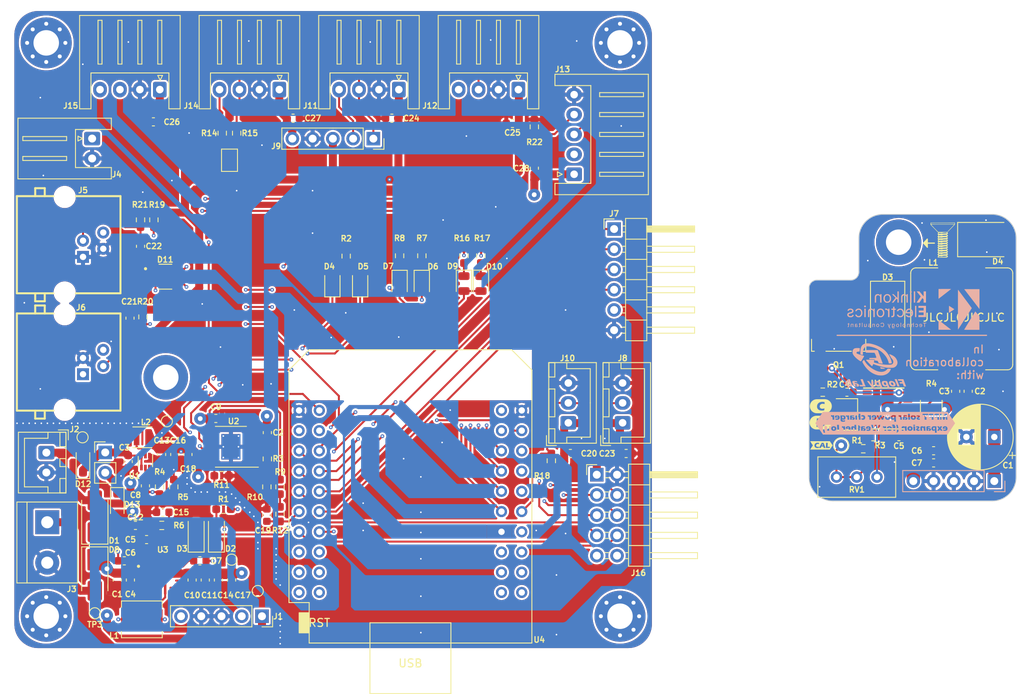
<source format=kicad_pcb>
(kicad_pcb (version 20240108) (generator "pcbnew") (generator_version "8.0")
  (layers (0 "F.Cu" signal) (31 "B.Cu" signal) (34 "B.Paste" user) (35 "F.Paste" user) (36 "B.SilkS" user "B.Silkscreen") (37 "F.SilkS" user "F.Silkscreen") (38 "B.Mask" user) (39 "F.Mask" user) (44 "Edge.Cuts" user))
  (net 0 "")
  (footprint "Connector_JST:JST_XH_B2B-XH-A_1x02_P2.50mm_Vertical" (layer "F.Cu") (at 81.767 115.345 -90)
    (property "Reference" "J2")
    (property "Value" "1S Battery 1")
  )
  (footprint "Capacitor_THT:CP_Radial_D8.0mm_P3.50mm" (layer "F.Cu") (at 200.72 113.3804 180)
    (property "Reference" "C1")
    (property "Value" "330u")
  )
  (footprint "Resistor_SMD:R_0603_1608Metric_Pad0.98x0.95mm_HandSolder" (layer "F.Cu") (at 96.248 124.485 180)
    (property "Reference" "R6")
    (property "Value" "30k")
  )
  (footprint "Resistor_SMD:R_0603_1608Metric_Pad0.98x0.95mm_HandSolder" (layer "F.Cu") (at 103.995 122.453)
    (property "Reference" "R1")
    (property "Value" "100k")
  )
  (footprint "Capacitor_SMD:C_0603_1608Metric" (layer "F.Cu") (at 109.436 123.199 90)
    (property "Reference" "C19")
    (property "Value" "10u")
  )
  (footprint "Capacitor_SMD:C_0603_1608Metric" (layer "F.Cu") (at 147.523 115.452)
    (property "Reference" "C20")
    (property "Value" "100n")
  )
  (footprint "Connector_PinSocket_2.54mm:PinSocket_1x05_P2.54mm_Vertical" (layer "F.Cu") (at 108.825 135.89 -90)
    (property "Reference" "J1")
    (property "Value" "PV BOARD")
  )
  (footprint "Connector_JST:JST_XH_B3B-XH-A_1x03_P2.50mm_Vertical" (layer "F.Cu") (at 154.0768 111.5992 90)
    (property "Reference" "J8")
    (property "Value" "DS18B20")
  )
  (footprint "Diode_SMD:D_SMA" (layer "F.Cu") (at 87.846 130.692 -90)
    (property "Reference" "D8")
    (property "Value" "SS34")
  )
  (footprint "Resistor_SMD:R_2010_5025Metric" (layer "F.Cu") (at 192.809 110.3046 -90)
    (property "Reference" "R4")
    (property "Value" "120m")
  )
  (footprint "Capacitor_SMD:C_0603_1608Metric" (layer "F.Cu") (at 92.037 116.468 -90)
    (property "Reference" "C3")
    (property "Value" "22u")
  )
  (footprint "Connector_PinHeader_2.54mm:PinHeader_1x06_P2.54mm_Horizontal" (layer "F.Cu") (at 153.01 87.266)
    (property "Reference" "J7")
    (property "Value" "SD_module")
  )
  (footprint "Resistor_SMD:R_0603_1608Metric_Pad0.98x0.95mm_HandSolder" (layer "F.Cu") (at 145.136 116.3645 90)
    (property "Reference" "R18")
    (property "Value" "4.7k")
  )
  (footprint "Capacitor_SMD:C_0603_1608Metric" (layer "F.Cu") (at 92.311 131.343 -90)
    (property "Reference" "C4")
    (property "Value" "4.7u")
  )
  (footprint "Resistor_SMD:R_0603_1608Metric_Pad0.98x0.95mm_HandSolder" (layer "F.Cu") (at 95.974 119.643 90)
    (property "Reference" "R4")
    (property "Value" "100k")
  )
  (footprint "Capacitor_SMD:C_0603_1608Metric" (layer "F.Cu") (at 91.549 128.93)
    (property "Reference" "C6")
    (property "Value" "100n")
  )
  (footprint "Capacitor_SMD:C_0603_1608Metric" (layer "F.Cu") (at 103.033 111.054)
    (property "Reference" "C9")
    (property "Value" "10u")
  )
  (footprint "_MIA:R-RJ11R04P-A801" (layer "F.Cu") (at 84.566 103.9684 -90)
    (property "Reference" "J6")
    (property "Value" "Rain sense")
  )
  (footprint "Resistor_SMD:R_0603_1608Metric_Pad0.98x0.95mm_HandSolder" (layer "F.Cu") (at 111.087 119.643 -90)
    (property "Reference" "R9")
    (property "Value" "1M")
  )
  (footprint "Diode_SMD:D_SOD-123F" (layer "F.Cu") (at 103.106 125.628 90)
    (property "Reference" "D2")
    (property "Value" "SM4007PL")
  )
  (footprint "Resistor_SMD:R_0603_1608Metric_Pad0.98x0.95mm_HandSolder" (layer "F.Cu") (at 136.2818 90.6245 -90)
    (property "Reference" "R17")
    (property "Value" "1k")
  )
  (footprint "LED_SMD:LED_0805_2012Metric" (layer "F.Cu") (at 128.879 94.132 -90)
    (property "Reference" "D6")
    (property "Value" "PWR_5V")
  )
  (footprint "Package_TO_SOT_SMD:SOT-563" (layer "F.Cu") (at 94.196 116.468 -90)
    (property "Reference" "U1")
    (property "Value" "TPS62A01A")
  )
  (footprint "Resistor_SMD:R_0603_1608Metric" (layer "F.Cu") (at 184.277 114.856 180)
    (property "Reference" "R1")
    (property "Value" "4.7k")
  )
  (footprint "Resistor_SMD:R_0603_1608Metric_Pad0.98x0.95mm_HandSolder" (layer "F.Cu") (at 105.646 75.2264 90)
    (property "Reference" "R15")
    (property "Value" "1k")
  )
  (footprint "Capacitor_SMD:C_0603_1608Metric" (layer "F.Cu") (at 140.2592 74.0072 180)
    (property "Reference" "C25")
    (property "Value" "100n")
  )
  (footprint "Resistor_SMD:R_0603_1608Metric_Pad0.98x0.95mm_HandSolder" (layer "F.Cu") (at 128.887 90.6245 -90)
    (property "Reference" "R7")
    (property "Value" "1k")
  )
  (footprint "LED_SMD:LED_0805_2012Metric" (layer "F.Cu") (at 181.887 109.5318 180)
    (property "Reference" "D1" (hide yes))
    (property "Value" "CHRG")
  )
  (footprint "MountingHole:MountingHole_3.2mm_M3_ISO7380_Pad" (layer "F.Cu") (at 188.72 88.92)
    (property "Reference" "H1" (hide yes))
    (property "Value" "PV mount")
  )
  (footprint "TestPoint:TestPoint_Pad_D1.0mm" (layer "F.Cu") (at 87.846 135.518)
    (property "Reference" "TP3")
    (property "Value" "VCC_tp")
  )
  (footprint "Capacitor_SMD:C_0603_1608Metric" (layer "F.Cu") (at 143.0024 79.625 90)
    (property "Reference" "C28")
    (property "Value" "100n")
  )
  (footprint "Capacitor_SMD:C_0603_1608Metric" (layer "F.Cu") (at 90.66 131.343 -90)
    (property "Reference" "C1")
    (property "Value" "4.7u")
  )
  (footprint "Capacitor_SMD:C_0603_1608Metric" (layer "F.Cu") (at 195.8692 107.64 90)
    (property "Reference" "C3")
    (property "Value" "100n")
  )
  (footprint "Capacitor_SMD:C_0603_1608Metric" (layer "F.Cu") (at 197.444 107.64 90)
    (property "Reference" "C2")
    (property "Value" "1u")
  )
  (footprint "LED_SMD:LED_0805_2012Metric" (layer "F.Cu") (at 126.093 94.132 -90)
    (property "Reference" "D7")
    (property "Value" "PWR_3V3")
  )
  (footprint "LED_SMD:LED_0805_2012Metric" (layer "F.Cu") (at 121.14 94.1043 90)
    (property "Reference" "D5")
    (property "Value" "USB-DONE")
  )
  (footprint "TestPoint:TestPoint_Pad_D1.0mm" (layer "F.Cu") (at 86.3096 113.42)
    (property "Reference" "TP5" (hide yes))
    (property "Value" "VBATT_tp")
  )
  (footprint "Jumper:SolderJumper-2_P1.3mm_Open_Pad1.0x1.5mm" (layer "F.Cu") (at 104.75 78.63 -90)
    (property "Reference" "JP1" (hide yes))
    (property "Value" "Pullup_EN")
  )
  (footprint "Connector_PinHeader_2.54mm:PinHeader_2x05_P2.54mm_Horizontal" (layer "F.Cu") (at 150.838 118.119)
    (property "Reference" "J16")
    (property "Value" "EXPANSION_PORT")
  )
  (footprint "Resistor_SMD:R_0603_1608Metric_Pad0.98x0.95mm_HandSolder" (layer "F.Cu") (at 119.3874 90.6679 90)
    (property "Reference" "R2")
    (property "Value" "1k")
  )
  (footprint "Resistor_SMD:R_0603_1608Metric_Pad0.98x0.95mm_HandSolder" (layer "F.Cu") (at 93.8878 98.3002 90)
    (property "Reference" "R20")
    (property "Value" "1k")
  )
  (footprint "Capacitor_SMD:C_0603_1608Metric" (layer "F.Cu") (at 92.946 124.485 180)
    (property "Reference" "C12")
    (property "Value" "22n")
  )
  (footprint "Capacitor_SMD:C_0603_1608Metric" (layer "F.Cu") (at 101.709 131.343 -90)
    (property "Reference" "C11")
    (property "Value" "22u")
  )
  (footprint "Capacitor_SMD:C_0603_1608Metric" (layer "F.Cu") (at 112.7256 73.3468)
    (property "Reference" "C27")
    (property "Value" "100n")
  )
  (footprint "Resistor_SMD:R_0603_1608Metric_Pad0.98x0.95mm_HandSolder" (layer "F.Cu") (at 109.497 116.134 -90)
    (property "Reference" "R3")
    (property "Value" "1k")
  )
  (footprint "Resistor_SMD:R_0603_1608Metric_Pad0.98x0.95mm_HandSolder" (layer "F.Cu") (at 97.752 119.643 90)
    (property "Reference" "R5")
    (property "Value" "22k")
  )
  (footprint "Package_SO:HTSOP-8-1EP_3.9x4.9mm_P1.27mm_EP2.4x3.2mm_ThermalVias" (layer "F.Cu") (at 104.925 114.61 180)
    (property "Reference" "U2")
    (property "Value" "TP4056")
  )
  (footprint "Connector_JST:JST_XH_B3B-XH-A_1x03_P2.50mm_Vertical" (layer "F.Cu") (at 147.2696 111.5992 90)
    (property "Reference" "J10")
    (property "Value" "DS18B20")
  )
  (footprint "Resistor_SMD:R_0603_1608Metric" (layer "F.Cu") (at 185.57 113.3418)
    (property "Reference" "R3")
    (property "Value" "120")
  )
  (footprint "Capacitor_SMD:C_0603_1608Metric" (layer "F.Cu") (at 100.058 131.343 -90)
    (property "Reference" "C10")
    (property "Value" "22u")
  )
  (footprint "Resistor_SMD:R_0603_1608Metric_Pad0.98x0.95mm_HandSolder" (layer "F.Cu") (at 143.0024 74.431 -90)
    (property "Reference" "R22")
    (property "Value" "10k")
  )
  (footprint "Capacitor_SMD:C_0603_1608Metric" (layer "F.Cu") (at 97.879 115.579 -90)
    (property "Reference" "C16")
    (property "Value" "10u")
  )
  (footprint "Potentiometer_THT:Potentiometer_Bourns_3296W_Vertical" (layer "F.Cu") (at 186.002 118.412)
    (property "Reference" "RV1")
    (property "Value" "100k")
  )
  (footprint "Diode_SMD:D_SOD-323_HandSoldering" (layer "F.Cu") (at 86.3604 116.595 90)
    (property "Reference" "D12")
    (property "Value" "CUS10S30")
  )
  (footprint "Capacitor_SMD:C_0603_1608Metric" (layer "F.Cu") (at 188.745 113.3418)
    (property "Reference" "C5")
    (property "Value" "220n")
  )
  (footprint "Capacitor_SMD:C_0603_1608Metric" (layer "F.Cu") (at 193.104 116.634)
    (property "Reference" "C7")
    (property "Value" "1u")
  )
  (footprint "Diode_SMD:D_SMB" (layer "F.Cu") (at 199.7808 88.59)
    (property "Reference" "D4")
    (property "Value" "SK84")
  )
  (footprint "kibuzzard-65C7DFB2" (layer "F.Cu") (at 179.0194 114.435)
    (property "Reference" "kibuzzard-65C7DFB2" (hide yes))
    (property "Value" "G***" (hide yes))
  )
  (footprint "Connector_JST:JST_XH_S4B-XH-A_1x04_P2.50mm_Horizontal" (layer "F.Cu") (at 111 69.753 180)
    (property "Reference" "J14")
    (property "Value" "Display")
  )
  (footprint "Capacitor_SMD:C_0603_1608Metric" (layer "F.Cu") (at 93.583 89.4331 90)
    (property "Reference" "C22")
    (property "Value" "1uF")
  )
  (footprint "_My_ic:DT1042-04SO-7" (layer "F.Cu") (at 96.7103 93.27287)
    (property "Reference" "D11")
    (property "Value" "DT1042-04SO-7")
  )
  (footprint "kibuzzard-65C7E026" (layer "F.Cu") (at 178.953 111.5746)
    (property "Reference" "kibuzzard-65C7E026" (hide yes))
    (property "Value" "G***" (hide yes))
  )
  (footprint "Inductor_SMD:L_Chilisin_BMRA00040420" (layer "F.Cu") (at 93.75 136.28)
    (property "Reference" "L1")
    (property "Value" "2.2u")
  )
  (footprint "Resistor_SMD:R_0603_1608Metric_Pad0.98x0.95mm_HandSolder" (layer "F.Cu") (at 109.436 119.643 90)
    (property "Reference" "R10")
    (property "Value" "1M")
  )
  (footprint "Capacitor_SMD:C_0603_1608Metric" (layer "F.Cu") (at 101.0316 128.93 180)
    (property "Reference" "C7")
    (property "Value" "100n")
  )
  (footprint "_MIA:R-RJ11R04P-A801" (layer "F.Cu") (at 84.566 89.2364 -90)
    (property "Reference" "J5")
    (property "Value" "Wind sense")
  )
  (footprint "Capacitor_SMD:C_0603_1608Metric" (layer "F.Cu") (at 94.343 126.263 180)
    (property "Reference" "C5")
    (property "Value" "4.7u")
  )
  (footprint "Diode_SMD:D_SOD-323_HandSoldering" (layer "F.Cu") (at 90.666 121.741 -90)
    (property "Reference" "D13")
    (property "Value" "CUS10S30")
  )
  (footprint "Diode_SMD:D_SMA" (layer "F.Cu") (at 87.846 123.326 90)
    (property "Reference" "D1")
    (property "Value" "SS34")
  )
  (footprint "Capacitor_SMD:C_0603_1608Metric" (layer "F.Cu") (at 94.196 119.516 90)
    (property "Reference" "C8")
    (property "Value" "120p")
  )
  (footprint "Capacitor_SMD:C_0603_1608Metric" (layer "F.Cu") (at 95.199 73.804 180)
    (property "Reference" "C26")
    (property "Value" "100n")
  )
  (footprint "Inductor_SMD:L_Taiyo-Yuden_NR-24xx" (layer "F.Cu") (at 93.815 113.42)
    (property "Reference" "L2")
    (property "Value" "1uH")
  )
  (footprint "Capacitor_SMD:C_0603_1608Metric" (layer "F.Cu") (at 92.2622 98.4566 -90)
    (property "Reference" "C21")
    (property "Value" "1uF")
  )
  (footprint "Connector_JST:JST_XH_S2B-XH-A_1x02_P2.50mm_Horizontal" (layer "F.Cu") (at 87.5104 75.9068 -90)
    (property "Reference" "J4")
    (property "Value" "RESET")
  )
  (footprint "LED_SMD:LED_0805_2012Metric" (layer "F.Cu") (at 134.1668 94.114 -90)
    (property "Reference" "D9")
    (property "Value" "RX")
  )
  (footprint "Inductor_SMD:L_TaiTech_TMPC1265_13.5x12.5mm" (layer "F.Cu") (at 196.6312 98.5468 -90)
    (property "Reference" "L1")
    (property "Value" "100uH")
  )
  (footprint "_My_ic:MAX25239AFFA_VY+" (layer "F.Cu") (at 96.375 130.692)
    (property "Reference" "U3")
    (property "Value" "MAX25239AFFA_VY+")
  )
  (footprint "MountingHole:MountingHole_3.2mm_M3_Pad_Via" (layer "F.Cu") (at 153.75 135.89)
    (property "Reference" "H3" (hide yes))
    (property "Value" "MountingHole")
  )
  (footprint "Connector_PinSocket_2.54mm:PinSocket_1x05_P2.54mm_Vertical" (layer "F.Cu") (at 122.8 75.915 -90)
    (property "Reference" "J9")
    (property "Value" "to Expansion Board")
  )
  (footprint "Resistor_SMD:R_0603_1608Metric_Pad0.98x0.95mm_HandSolder" (layer "F.Cu") (at 103.8356 75.2264 90)
    (property "Reference" "R14")
    (property "Value" "1k")
  )
  (footprint "Capacitor_SMD:C_0603_1608Metric" (layer "F.Cu") (at 109.497 112.832 -90)
    (property "Reference" "C2")
    (property "Value" "10u")
  )
  (footprint "Capacitor_SMD:C_0603_1608Metric" (layer "F.Cu") (at 193.104 115.11)
    (property "Reference" "C6")
    (property "Value" "10u")
  )
  (footprint "TestPoint:TestPoint_Pad_D1.0mm" (layer "F.Cu") (at 96.883 111.404)
    (property "Reference" "TP2" (hide yes))
    (property "Value" "3V3_tp")
  )
  (footprint "MountingHole:MountingHole_3.2mm_M3_DIN965_Pad" (layer "F.Cu") (at 96.75 105.89)
    (property "Reference" "H5" (hide yes))
    (property "Value" "PV mount")
  )
  (footprint "kibuzzard-65C7E01B" (layer "F.Cu") (at 178.953 109.5172)
    (property "Reference" "kibuzzard-65C7E01B" (hide yes))
    (property "Value" "G***" (hide yes))
  )
  (footprint "LOGO" (layer "F.Cu") (at 194.2436 88.6916)
    (property "Reference" "G***" (hide yes))
    (property "Value" "LOGO" (hide yes))
  )
  (footprint "Capacitor_SMD:C_0603_1608Metric" (layer "F.Cu") (at 182.225 107.7538)
    (property "Reference" "C4")
    (property "Value" "100n")
  )
  (footprint "Capacitor_SMD:C_0603_1608Metric" (layer "F.Cu") (at 154.521 115.452)
    (property "Reference" "C23")
    (property "Value" "100n")
  )
  (footprint "Resistor_SMD:R_0603_1608Metric_Pad0.98x0.95mm_HandSolder" (layer "F.Cu") (at 93.583 86.1141 -90)
    (property "Reference" "R21")
    (property "Value" "1k")
  )
  (footprint "LED_SMD:LED_0805_2012Metric" (layer "F.Cu") (at 181.887 111.5638 180)
    (property "Reference" "D2" (hide yes))
    (property "Value" "DONE")
  )
  (footprint "Connector_JST:JST_XH_S4B-XH-A_1x04_P2.50mm_Horizontal" (layer "F.Cu") (at 141 69.753 180)
    (property "Reference" "J12")
    (property "Value" "BME280")
  )
  (footprint "LED_SMD:LED_0805_2012Metric" (layer "F.Cu") (at 117.6602 94.1043 90)
    (property "Reference" "D4")
    (property "Value" "USB-CHRG")
  )
  (footprint "Capacitor_SMD:C_0603_1608Metric" (layer "F.Cu") (at 96.228 115.579 -90)
    (property "Reference" "C13")
    (property "Value" "10u")
  )
  (footprint "TestPoint:TestPoint_Pad_D1.0mm" (layer "F.Cu") (at 108.293 132.724)
    (property "Reference" "TP4" (hide yes))
    (property "Value" "GND_tp")
  )
  (footprint "Capacitor_SMD:C_0603_1608Metric" (layer "F.Cu") (at 96.375 122.834 180)
    (property "Reference" "C15")
    (property "Value" "100p")
  )
  (footprint "TestPoint:TestPoint_Pad_D1.0mm" (layer "F.Cu") (at 105.0164 128.787)
    (property "Reference" "TP1" (hide yes))
    (property "Value" "5V_tp")
  )
  (footprint "TestPoint:TestPoint_THTPad_D1.5mm_Drill0.7mm" (layer "F.Cu") (at 181.5086 114.435)
    (property "Reference" "TP2" (hide yes))
    (property "Value" "V_MPPT")
  )
  (footprint "Resistor_SMD:R_0603_1608Metric_Pad0.98x0.95mm_HandSolder" (layer "F.Cu") (at 134.1668 90.6245 -90)
    (property "Reference" "R16")
    (property "Value" "1k")
  )
  (footprint "Connector_JST:JST_XH_S4B-XH-A_1x04_P2.50mm_Horizontal" (layer "F.Cu") (at 126 69.753 180)
    (property "Reference" "J11")
    (property "Value" "RTC")
  )
  (footprint "Capacitor_SMD:C_0603_1608Metric" (layer "F.Cu") (at 125.1208 73.3468 180)
    (property "Reference" "C24")
    (property "Value" "100n")
  )
  (footprint "LED_SMD:LED_0805_2012Metric" (layer "F.Cu") (at 136.3038 94.114 -90)
    (property "Reference" "D10")
    (property "Value" "TX")
  )
  (footprint "Resistor_SMD:R_0603_1608Metric_Pad0.98x0.95mm_HandSolder" (layer "F.Cu") (at 111.087 123.072 -90)
    (property "Reference" "R12")
    (property "Value" "1k")
  )
  (footprint "Diode_SMD:D_SOD-123F" (layer "F.Cu") (at 100.566 125.628 90)
    (property "Reference" "D3")
    (property "Value" "SM4007PL")
  )
  (footprint "_My_boards:ESP32_mini" (layer "F.Cu") (at 127.45 121.475)
    (property "Reference" "U4")
    (property "Value" "Wemos_esp32_mini")
  )
  (footprint "Connector_PinHeader_2.54mm:PinHeader_1x02_P2.54mm_Vertical" (layer "F.Cu") (at 89.1544 115.32)
    (property "Reference" "JP2" (hide yes))
    (property "Value" "no_BATT")
  )
  (footprint "Resistor_SMD:R_0603_1608Metric_Pad0.98x0.95mm_HandSolder" (layer "F.Cu") (at 103.758 118.247)
    (property "Reference" "R11")
    (property "Value" "33k")
  )
  (footprint "Connector_JST:JST_XH_S4B-XH-A_1x04_P2.50mm_Horizontal" (layer "F.Cu") (at 96 69.753 180)
    (property "Reference" "J15")
    (property "Value" "EXT_UART2")
  )
  (footprint "Package_SO:SSOP-10_3.9x4.9mm_P1.00mm" (layer "F.Cu") (at 187.318 109.7998)
    (property "Reference" "U1")
    (property "Value" "CN3791")
  )
  (footprint "Capacitor_SMD:C_0603_1608Metric" (layer "F.Cu") (at 103.36 131.343 -90)
    (property "Reference" "C14")
    (property "Value" "22u")
  )
  (footprint "Capacitor_SMD:C_0603_1608Metric" (layer "F.Cu") (at 99.53 115.579 -90)
    (property "Reference" "C18")
    (property "Value" "10u")
  )
  (footprint "Capacitor_SMD:C_0603_1608Metric" (layer "F.Cu") (at 105.011 131.343 -90)
    (property "Reference" "C17")
    (property "Value" "22u")
  )
  (footprint "Resistor_SMD:R_0603_1608Metric" (layer "F.Cu") (at 179.1946 107.7538)
    (property "Reference" "R2")
    (property "Value" "1k")
  )
  (footprint "Package_TO_SOT_SMD:TO-252-2_TabPin1" (layer "F.Cu") (at 181.1882 99.535 90)
    (property "Reference" "Q1")
    (property "Value" "HYG210P06LQ1D")
  )
  (footprint "Resistor_SMD:R_0603_1608Metric_Pad0.98x0.95mm_HandSolder" (layer "F.Cu") (at 95.2594 86.1141 90)
    (property "Reference" "R19")
    (property "Value" "10k")
  )
  (footprint "MountingHole:MountingHole_3.2mm_M3_Pad_Via" (layer "F.Cu") (at 81.75 135.89)
    (property "Reference" "H4" (hide yes))
    (property "Value" "MountingHole")
  )
  (footprint "Diode_SMD:D_SMB" (layer "F.Cu") (at 187.3348 97.48 -90)
    (property "Reference" "D3")
    (property "Value" "SK84")
  )
  (footprint "Connector_JST:JST_XH_S5B-XH-A_1x05_P2.50mm_Horizontal" (layer "F.Cu") (at 147.996 80.39 90)
    (property "Reference" "J13")
    (property "Value" "SPS30")
  )
  (footprint "Resistor_SMD:R_0603_1608Metric_Pad0.98x0.95mm_HandSolder" (layer "F.Cu") (at 126.093 90.6245 -90)
    (property "Reference" "R8")
    (property "Value" "1k")
  )
  (footprint "MountingHole:MountingHole_3.2mm_M3_Pad_Via" (layer "F.Cu") (at 153.75 63.89)
    (property "Reference" "H2" (hide yes))
    (property "Value" "MountingHole")
  )
  (footprint "TerminalBlock:TerminalBlock_bornier-2_P5.08mm" (layer "F.Cu") (at 81.877 124.088 -90)
    (property "Reference" "J3")
    (property "Value" "Vin5-24V/12VFV")
  )
  (footprint "MountingHole:MountingHole_3.2mm_M3_Pad_Via" (layer "F.Cu") (at 81.75 63.89)
    (property "Reference" "H1" (hide yes))
    (property "Value" "MountingHole")
  )
  (footprint "kibuzzard-65C8E163" (layer "B.Cu") (at 187.03 111.6532 180)
    (property "Reference" "kibuzzard-65C8E163" (hide yes))
    (property "Value" "G***" (hide yes))
  )
  (footprint "LOGO" (layer "B.Cu") (at 185.598453 104.495716 180)
    (property "Reference" "G***" (hide yes))
    (property "Value" "LOGO" (hide yes))
  )
  (footprint "LOGO" (layer "B.Cu") (at 190.47 97.393884 180)
    (property "Reference" "G***" (hide yes))
    (property "Value" "LOGO" (hide yes))
  )
  (footprint "Connector_PinHeader_2.54mm:PinHeader_1x05_P2.54mm_Vertical" (layer "B.Cu") (at 200.72 118.92 90)
    (property "Reference" "J1" (hide yes))
    (property "Value" "to WIoT")
  )
  (gr_line (start 181.0006 100.612176) (end 199.7458 100.612176) (stroke (width 0.15)) (layer "B.SilkS"))
  (gr_line (start 193.2022 89.035) (end 191.856 89.035) (stroke (width 0.15)) (layer "F.SilkS"))
  (gr_poly (pts (xy 191.856 89.035) (xy 192.3132 88.527) (xy 192.3132 89.543)) (stroke (width 0.15)) (fill solid) (layer "F.SilkS"))
  (gr_arc (start 183.72 88.42) (mid 184.59868 86.29868) (end 186.72 85.42) (stroke (width 0.1)) (layer "Edge.Cuts"))
  (gr_line (start 203.47 118.42) (end 203.47 88.42) (stroke (width 0.1)) (layer "Edge.Cuts"))
  (gr_line (start 182.72 93.67) (end 178.47 93.67) (stroke (width 0.1)) (layer "Edge.Cuts"))
  (gr_arc (start 203.47 118.42) (mid 202.59132 120.54132) (end 200.47 121.42) (stroke (width 0.1)) (layer "Edge.Cuts"))
  (gr_arc (start 183.72 92.67) (mid 183.427107 93.377107) (end 182.72 93.67) (stroke (width 0.1)) (layer "Edge.Cuts"))
  (gr_arc (start 200.47 85.42) (mid 202.59132 86.29868) (end 203.47 88.42) (stroke (width 0.1)) (layer "Edge.Cuts"))
  (gr_line (start 177.47 94.67) (end 177.47 118.42) (stroke (width 0.1)) (layer "Edge.Cuts"))
  (gr_line (start 183.72 88.42) (end 183.72 92.67) (stroke (width 0.1)) (layer "Edge.Cuts"))
  (gr_line (start 180.47 121.42) (end 200.47 121.42) (stroke (width 0.1)) (layer "Edge.Cuts"))
  (gr_line (start 200.47 85.42) (end 186.72 85.42) (stroke (width 0.1)) (layer "Edge.Cuts"))
  (gr_arc (start 180.47 121.42) (mid 178.34868 120.54132) (end 177.47 118.42) (stroke (width 0.1)) (layer "Edge.Cuts"))
  (gr_arc (start 177.47 94.67) (mid 177.762893 93.962893) (end 178.47 93.67) (stroke (width 0.1)) (layer "Edge.Cuts"))
  (gr_text "In\ncollaboration\nwith:" (at 199.5172 106.18 0) (layer "B.SilkS") (effects (font (size 1 1)) (justify left bottom mirror)))
  (gr_text "JLCJLCJLCJLC" (at 191.663435 98.961949 -0) (layer "F.SilkS") (effects (font (size 1 1)) (justify left bottom)))
  (segment (start 103.5 69.753) (end 103.5 72.301) (width 0.25) (layer "F.Cu") (net 0))
  (segment (start 99.04357 92.2996) (end 97.8953 92.2996) (width 0.25) (layer "F.Cu") (net 0))
  (segment (start 143.873 115.468) (end 142.73 116.611) (width 0.25) (layer "F.Cu") (net 0))
  (segment (start 187.97 113.3418) (end 186.395 113.3418) (width 0.25) (layer "F.Cu") (net 0))
  (segment (start 101.074 111.0755) (end 101.0955 111.054) (width 1) (layer "F.Cu") (net 0))
  (segment (start 99.1456 93.2496) (end 99.171 93.275) (width 0.5) (layer "F.Cu") (net 0))
  (segment (start 95.974 73.804) (end 95.974 75.951) (width 1) (layer "F.Cu") (net 0))
  (segment (start 135.745 66.446) (end 135.999 66.446) (width 0.25) (layer "F.Cu") (net 0))
  (segment (start 147.2696 109.0992) (end 147.3104 109.14) (width 0.25) (layer "F.Cu") (net 0))
  (segment (start 116.02 114.746) (end 116.02 115.125) (width 0.25) (layer "F.Cu") (net 0))
  (segment (start 99.931 111.531) (end 99.931 110.388) (width 0.25) (layer "F.Cu") (net 0))
  (segment (start 143.0124 80.39) (end 143.0024 80.4) (width 1) (layer "F.Cu") (net 0))
  (segment (start 147.996 80.39) (end 143.6628 80.39) (width 1) (layer "F.Cu") (net 0))
  (segment (start 183.4682 104.91) (end 181.8584 104.91) (width 0.25) (layer "F.Cu") (net 0))
  (segment (start 126 73.2426) (end 125.8958 73.3468) (width 1) (layer "F.Cu") (net 0))
  (segment (start 103.8356 72.6366) (end 103.8356 74.3139) (width 0.25) (layer "F.Cu") (net 0))
  (segment (start 103.5 72.301) (end 103.8356 72.6366) (width 0.25) (layer "F.Cu") (net 0))
  (segment (start 99.042 112.166) (end 99.042 109.753) (width 0.25) (layer "F.Cu") (net 0))
  (segment (start 105.773 122.453) (end 104.9075 122.453) (width 0.25) (layer "F.Cu") (net 0))
  (segment (start 96.883 111.404) (end 92.6178 107.1388) (width 1) (layer "F.Cu") (net 0))
  (segment (start 96.6945 98.9265) (end 98.4725 97.1485) (width 1) (layer "F.Cu") (net 0))
  (segment (start 114.712 126.517) (end 147.556 126.517) (width 0.25) (layer "F.Cu") (net 0))
  (segment (start 96 73.778) (end 95.974 73.804) (width 1) (layer "F.Cu") (net 0))
  (segment (start 136 66.7) (end 136 66.447) (width 0.25) (layer "F.Cu") (net 0))
  (segment (start 103.487 106.832) (end 105.392 104.927) (width 0.25) (layer "F.Cu") (net 0))
  (segment (start 145.136 115.452) (end 144.615 114.931) (width 0.25) (layer "F.Cu") (net 0))
  (segment (start 109.436 110.753) (end 109.436 111.996) (width 1) (layer "F.Cu") (net 0))
  (segment (start 95.974 75.951) (end 97.1055 77.0825) (width 1) (layer "F.Cu") (net 0))
  (segment (start 96.3296 128.517) (end 96.3296 127.6948) (width 0.25) (layer "F.Cu") (net 0))
  (segment (start 98.4725 97.1485) (end 100.949 94.672) (width 1) (layer "F.Cu") (net 0))
  (segment (start 101.74 115.245) (end 102.275 115.245) (width 0.25) (layer "F.Cu") (net 0))
  (segment (start 94.196 115.071) (end 94.196 115.718) (width 0.25) (layer "F.Cu") (net 0))
  (segment (start 145.136 117.277) (end 145.965 117.277) (width 1) (layer "F.Cu") (net 0))
  (segment (start 101.0955 111.054) (end 102.258 111.054) (width 1) (layer "F.Cu") (net 0))
  (segment (start 83.909 116.23) (end 83.909 118.8302) (width 1) (layer "F.Cu") (net 0))
  (segment (start 125.946 80.162) (end 125.946 73.397) (width 1) (layer "F.Cu") (net 0))
  (segment (start 184.175 110.7998) (end 183.411 111.5638) (width 0.25) (layer "F.Cu") (net 0))
  (segment (start 91.9 134.8168) (end 91.9 136.28) (width 0.25) (layer "F.Cu") (net 0))
  (segment (start 128.879 91.545) (end 128.887 91.537) (width 0.25) (layer "F.Cu") (net 0))
  (segment (start 106 69.753) (end 106 67.87) (width 0.25) (layer "F.Cu") (net 0))
  (segment (start 108.825 137.526) (end 108.825 135.89) (width 1) (layer "F.Cu") (net 0))
  (segment (start 185.102 114.856) (end 185.102 114.2416) (width 0.25) (layer "F.Cu") (net 0))
  (segment (start 183.046 107.7998) (end 183 107.7538) (width 0.25) (layer "F.Cu") (net 0))
  (segment (start 116.02 120.205) (end 118.562 120.205) (width 0.25) (layer "F.Cu") (net 0))
  (segment (start 142.73 116.611) (end 142.73 121.435) (width 0.25) (layer "F.Cu") (net 0))
  (segment (start 103.106 122.4765) (end 103.0825 122.453) (width 0.25) (layer "F.Cu") (net 0))
  (segment (start 185.103 116.771) (end 185.103 114.857) (width 0.25) (layer "F.Cu") (net 0))
  (segment (start 81.877 124.088) (end 83.9344 124.088) (width 1) (layer "F.Cu") (net 0))
  (segment (start 144.615 114.931) (end 144.615 109.864) (width 0.25) (layer "F.Cu") (net 0))
  (segment (start 90.666 120.491) (end 90.666 119.3716) (width 1) (layer "F.Cu") (net 0))
  (segment (start 96.758 98.101) (end 96.758 98.863) (width 1) (layer "F.Cu") (net 0))
  (segment (start 121 69.753) (end 121 66.7) (width 0.25) (layer "F.Cu") (net 0))
  (segment (start 114.282 81.051) (end 118.473 81.051) (width 1) (layer "F.Cu") (net 0))
  (segment (start 144.746 123.199) (end 150.838 123.199) (width 0.25) (layer "F.Cu") (net 0))
  (segment (start 154.036 109.14) (end 154.0768 109.0992) (width 0.25) (layer "F.Cu") (net 0))
  (segment (start 187.324146 109.90742) (end 187.3226 109.905874) (width 1.5) (layer "F.Cu") (net 0))
  (segment (start 121.14 99.72) (end 121.14 95.0418) (width 0.25) (layer "F.Cu") (net 0))
  (segment (start 89.37 135.772) (end 89.37 137.296) (width 1) (layer "F.Cu") (net 0))
  (segment (start 125.946 80.269) (end 125.946 80.309) (width 1) (layer "F.Cu") (net 0))
  (segment (start 96.758 97.3877) (end 96.758 98.101) (width 1) (layer "F.Cu") (net 0))
  (segment (start 152.124 121.945) (end 153.378 123.199) (width 0.25) (layer "F.Cu") (net 0))
  (segment (start 146.421 92.346) (end 153.01 92.346) (width 0.25) (layer "F.Cu") (net 0))
  (segment (start 178.966 109.5318) (end 178.3696 108.9354) (width 0.25) (layer "F.Cu") (net 0))
  (segment (start 181.45 107.7538) (end 180.0196 107.7538) (width 0.25) (layer "F.Cu") (net 0))
  (segment (start 111.1 110.38) (end 110.211 109.491) (width 0.25) (layer "F.Cu") (net 0))
  (segment (start 100.949 93.275) (end 100.949 86.7982) (width 1) (layer "F.Cu") (net 0))
  (segment (start 90.774 127.8034) (end 90.767 127.7964) (width 0.25) (layer "F.Cu") (net 0))
  (segment (start 102.275 115.245) (end 101.613 115.245) (width 0.25) (layer "F.Cu") (net 0))
  (segment (start 135.999 111.912) (end 135.999 114.784) (width 0.25) (layer "F.Cu") (net 0))
  (segment (start 97.307691 129.586999) (end 95.442309 129.586999) (width 0.25) (layer "F.Cu") (net 0))
  (segment (start 95.7095 120.291) (end 95.974 120.5555) (width 0.25) (layer "F.Cu") (net 0))
  (segment (start 147.556 126.517) (end 148.064 127.025) (width 0.25) (layer "F.Cu") (net 0))
  (segment (start 85.1028 131.7588) (end 86.036 132.692) (width 1) (layer "F.Cu") (net 0))
  (segment (start 117.72 80.298) (end 118.473 81.051) (width 1) (layer "F.Cu") (net 0))
  (segment (start 99.53 114.051) (end 99.53 114.804) (width 1) (layer "F.Cu") (net 0))
  (segment (start 107.424 66.446) (end 120.759 66.446) (width 0.25) (layer "F.Cu") (net 0))
  (segment (start 102.1428 103.9648) (end 102.17 103.992) (width 0.25) (layer "F.Cu") (net 0))
  (segment (start 105.392 81.051) (end 105.519 81.051) (width 1) (layer "F.Cu") (net 0))
  (segment (start 136.3258 90.62) (end 136.3258 89.756) (width 0.25) (layer "F.Cu") (net 0))
  (segment (start 126.093 95.0695) (end 125.2525 95.0695) (width 0.25) (layer "F.Cu") (net 0))
  (segment (start 187.324146 109.90742) (end 188.06458 109.90742) (width 0.25) (layer "F.Cu") (net 0))
  (segment (start 150.838 118.119) (end 150.838 116.595) (width 1) (layer "F.Cu") (net 0))
  (segment (start 196.6312 104.0968) (end 193.672 104.0968) (width 1.5) (layer "F.Cu") (net 0))
  (segment (start 189.942 95.33) (end 192.2752 92.9968) (width 1.5) (layer "F.Cu") (net 0))
  (segment (start 128.879 96.156) (end 128.887 96.164) (width 0.25) (layer "F.Cu") (net 0))
  (segment (start 195.8692 108.5208) (end 194.47 109.92) (width 1.5) (layer "F.Cu") (net 0))
  (segment (start 92.292 122.991) (end 92.571 122.712) (width 1) (layer "F.Cu") (net 0))
  (segment (start 146.748 116.494) (end 146.748 115.452) (width 1) (layer "F.Cu") (net 0))
  (segment (start 191.8942 110.7998) (end 192.809 111.7146) (width 0.25) (layer "F.Cu") (net 0))
  (segment (start 96.758 98.0227) (end 96.123 97.3877) (width 1) (layer "F.Cu") (net 0))
  (segment (start 99.01503 94.1996) (end 99.3493 94.53387) (width 0.25) (layer "F.Cu") (net 0))
  (segment (start 103.995 81.051) (end 105.519 81.051) (width 1) (layer "F.Cu") (net 0))
  (segment (start 117.838 115.214) (end 117.838 115.1886) (width 0.25) (layer "F.Cu") (net 0))
  (segment (start 143.619 122.072) (end 144.746 123.199) (width 0.25) (layer "F.Cu") (net 0))
  (segment (start 103.8356 76.1389) (end 103.8375 76.1408) (width 0.25) (layer "F.Cu") (net 0))
  (segment (start 119.3343 89.7023) (end 119.3874 89.7554) (width 0.25) (layer "F.Cu") (net 0))
  (segment (start 113.48 125.285) (end 114.712 126.517) (width 0.25) (layer "F.Cu") (net 0))
  (segment (start 180.912 118.402) (end 180.922 118.412) (width 0.25) (layer "F.Cu") (net 0))
  (segment (start 143.0024 81.1192) (end 143.0024 81.0504) (width 1) (layer "F.Cu") (net 0))
  (segment (start 102.725 106.07) (end 105.138 103.657) (width 0.25) (layer "F.Cu") (net 0))
  (segment (start 107.575 113.975) (end 108.521 113.975) (width 0.25) (layer "F.Cu") (net 0))
  (segment (start 119.3874 91.5804) (end 119.3874 93.1668) (width 0.25) (layer "F.Cu") (net 0))
  (segment (start 97.125 128.517) (end 97.125 124.5205) (width 0.25) (layer "F.Cu") (net 0))
  (segment (start 88.9652 104.4784) (end 92.2622 101.1814) (width 0.25) (layer "F.Cu") (net 0))
  (segment (start 121 71.894) (end 122.8 73.694) (width 0.25) (layer "F.Cu") (net 0))
  (segment (start 83.909 115.345) (end 83.909 116.23) (width 1) (layer "F.Cu") (net 0))
  (segment (start 119.3874 93.1668) (end 119.997 93.1668) (width 0.25) (layer "F.Cu") (net 0))
  (segment (start 119.3874 89.7554) (end 113.731 89.7554) (width 0.25) (layer "F.Cu") (net 0))
  (segment (start 85.1028 125.2564) (end 85.1028 131.7588) (width 1) (layer "F.Cu") (net 0))
  (segment (start 178.3696 108.9354) (end 178.3696 107.7538) (width 0.25) (layer "F.Cu") (net 0))
  (segment (start 187.3348 95.33) (end 189.942 95.33) (width 1.5) (layer "F.Cu") (net 0))
  (segment (start 135.999 66.446) (end 136.253 66.446) (width 0.25) (layer "F.Cu") (net 0))
  (segment (start 121 66.7) (end 120.746 66.446) (width 0.25) (layer "F.Cu") (net 0))
  (segment (start 101.010147 114.515853) (end 101.010853 114.515853) (width 0.25) (layer "F.Cu") (net 0))
  (segment (start 93.583 87.0266) (end 93.583 88.6581) (width 0.25) (layer "F.Cu") (net 0))
  (segment (start 133.4278 96.739) (end 126.8722 96.739) (width 0.25) (layer "F.Cu") (net 0))
  (segment (start 117.72 80.162) (end 117.72 80.298) (width 1) (layer "F.Cu") (net 0))
  (segment (start 145.3798 109.0992) (end 147.2696 109.0992) (width 0.25) (layer "F.Cu") (net 0))
  (segment (start 104.102 124.985) (end 104.102 124.591) (width 0.25) (layer "F.Cu") (net 0))
  (segment (start 114.585 118.77) (end 113.48 117.665) (width 0.25) (layer "F.Cu") (net 0))
  (segment (start 111.1 118.7175) (end 111.1 110.38) (width 0.25) (layer "F.Cu") (net 0))
  (segment (start 122.791 111.7596) (end 125.5596 108.991) (width 0.25) (layer "F.Cu") (net 0))
  (segment (start 121.013 66.446) (end 120.886 66.446) (width 0.25) (layer "F.Cu") (net 0))
  (segment (start 97.752 120.5555) (end 97.1405 120.5555) (width 0.25) (layer "F.Cu") (net 0))
  (segment (start 94.196 120.291) (end 95.7095 120.291) (width 0.25) (layer "F.Cu") (net 0))
  (segment (start 126.8722 96.739) (end 126.093 95.9598) (width 0.25) (layer "F.Cu") (net 0))
  (segment (start 90.774 128.93) (end 90.774 127.8034) (width 0.25) (layer "F.Cu") (net 0))
  (segment (start 114.79 122.964569) (end 115.929431 124.104) (width 0.25) (layer "F.Cu") (net 0))
  (segment (start 96.758 97.3877) (end 98.2333 97.3877) (width 1) (layer "F.Cu") (net 0))
  (segment (start 97.625 128.517) (end 97.625 129.26969) (width 0.25) (layer "F.Cu") (net 0))
  (segment (start 146.683 120.659) (end 150.838 120.659) (width 0.25) (layer "F.Cu") (net 0))
  (segment (start 99.924 81.051) (end 99.162 80.289) (width 1) (layer "F.Cu") (net 0))
  (segment (start 102.1428 88.9316) (end 102.1428 103.9648) (width 0.25) (layer "F.Cu") (net 0))
  (segment (start 114.712 116.357) (end 113.48 115.125) (width 0.25) (layer "F.Cu") (net 0))
  (segment (start 96.125 128.517) (end 96.3296 128.517) (width 0.25) (layer "F.Cu") (net 0))
  (segment (start 102.8455 120.8739) (end 102.8455 118.247) (width 0.25) (layer "F.Cu") (net 0))
  (segment (start 92.2622 101.1814) (end 92.2622 99.2316) (width 0.25) (layer "F.Cu") (net 0))
  (segment (start 97.752 118.7305) (end 97.752 117.484) (width 0.25) (layer "F.Cu") (net 0))
  (segment (start 126.093 93.1945) (end 126.093 91.537) (width 0.25) (layer "F.Cu") (net 0))
  (segment (start 96.6564 87.0266) (end 97.8953 88.2655) (width 0.25) (layer "F.Cu") (net 0))
  (segment (start 92.9768 133.74) (end 91.9 134.8168) (width 0.25) (layer "F.Cu") (net 0))
  (segment (start 104.102 124.591) (end 103.739 124.228) (width 0.25) (layer "F.Cu") (net 0))
  (segment (start 197.444 108.415) (end 195.8692 108.415) (width 1.5) (layer "F.Cu") (net 0))
  (segment (start 134.1668 87.3204) (end 131.8344 84.988) (width 0.25) (layer "F.Cu") (net 0))
  (segment (start 98.9268 127.028) (end 100.566 127.028) (width 0.25) (layer "F.Cu") (net 0))
  (segment (start 102.17 103.992) (end 102.17 106.5864) (width 0.25) (layer "F.Cu") (net 0))
  (segment (start 94.375 129.617) (end 93.629 129.617) (width 0.25) (layer "F.Cu") (net 0))
  (segment (start 84.564 115.345) (end 86.3604 115.345) (width 1) (layer "F.Cu") (net 0))
  (segment (start 118.5 71.934) (end 118.5 69.753) (width 0.25) (layer "F.Cu") (net 0))
  (segment (start 91.6526 87.0266) (end 93.583 87.0266) (width 0.25) (layer "F.Cu") (net 0))
  (segment (start 99.162 79.139) (end 99.162 81.94) (width 1) (layer "F.Cu") (net 0))
  (segment (start 144.254 121.437) (end 144.762 121.945) (width 0.25) (layer "F.Cu") (net 0))
  (segment (start 118.562 120.205) (end 146.421 92.346) (width 0.25) (layer "F.Cu") (net 0))
  (segment (start 121 66.459) (end 121.013 66.446) (width 0.25) (layer "F.Cu") (net 0))
  (segment (start 96.863 120.278) (end 96.863 119.008) (width 0.25) (layer "F.Cu") (net 0))
  (segment (start 93.8689 99.2356) (end 92.2622 99.2356) (width 0.25) (layer "F.Cu") (net 0))
  (segment (start 144.615 109.864) (end 145.3798 109.0992) (width 0.25) (layer "F.Cu") (net 0))
  (segment (start 98.15 127.8048) (end 98.9268 127.028) (width 0.25) (layer "F.Cu") (net 0))
  (segment (start 100.949 86.7982) (end 99.162 85.0112) (width 1) (layer "F.Cu") (net 0))
  (segment (start 102.258 110.078) (end 102.258 111.054) (width 0.25) (layer "F.Cu") (net 0))
  (segment (start 134.1668 91.537) (end 134.1668 93.1765) (width 0.25) (layer "F.Cu") (net 0))
  (segment (start 96.075 132.867) (end 96.075 133.2072) (width 0.25) (layer "F.Cu") (net 0))
  (segment (start 183.697 109.7998) (end 183.429 109.5318) (width 0.25) (layer "F.Cu") (net 0))
  (segment (start 92.942 128.93) (end 92.324 128.93) (width 0.25) (layer "F.Cu") (net 0))
  (segment (start 100.566 124.992) (end 101.194 125.62) (width 0.25) (layer "F.Cu") (net 0))
  (segment (start 113.48 122.745) (end 112.2405 123.9845) (width 0.25) (layer "F.Cu") (net 0))
  (segment (start 95.1826 85.2016) (end 94.7514 85.2016) (width 1) (layer "F.Cu") (net 0))
  (segment (start 183.3082 99.63) (end 181.1882 97.51) (width 1.5) (layer "F.Cu") (net 0))
  (segment (start 150.838 116.595) (end 151.981 115.452) (width 1) (layer "F.Cu") (net 0))
  (segment (start 192.809 111.7146) (end 192.809 112.6171) (width 0.25) (layer "F.Cu") (net 0))
  (segment (start 143.0024 81.0504) (end 143.6628 80.39) (width 1) (layer "F.Cu") (net 0))
  (segment (start 136 69.753) (end 136 66.7) (width 0.25) (layer "F.Cu") (net 0))
  (segment (start 125.946 80.309) (end 125.204 81.051) (width 1) (layer "F.Cu") (net 0))
  (segment (start 111.5134 91.973) (end 113.731 89.7554) (width 0.25) (layer "F.Cu") (net 0))
  (segment (start 94.2065 118.7305) (end 94.196 118.741) (width 0.25) (layer "F.Cu") (net 0))
  (segment (start 90.666 122.991) (end 92.292 122.991) (width 1) (layer "F.Cu") (net 0))
  (segment (start 109.436 123.974) (end 111.0765 123.974) (width 0.25) (layer "F.Cu") (net 0))
  (segment (start 150.096 67.843) (end 150.096 73.29) (width 0.25) (layer "F.Cu") (net 0))
  (segment (start 113.901 102.26) (end 117.6602 98.5008) (width 0.25) (layer "F.Cu") (net 0))
  (segment (start 102.845 109.491) (end 102.258 110.078) (width 0.25) (layer "F.Cu") (net 0))
  (segment (start 96 69.753) (end 96 73.778) (width 1) (layer "F.Cu") (net 0))
  (segment (start 100.947 113.563) (end 100.947 112.547) (width 0.25) (layer "F.Cu") (net 0))
  (segment (start 153.01 94.886) (end 145.9638 94.886) (width 0.25) (layer "F.Cu") (net 0))
  (segment (start 97.625 129.26969) (end 97.307691 129.586999) (width 0.25) (layer "F.Cu") (net 0))
  (segment (start 93.721 124.485) (end 95.3355 124.485) (width 0.25) (layer "F.Cu") (net 0))
  (segment (start 188.06458 109.90742) (end 189.1722 108.7998) (width 0.25) (layer "F.Cu") (net 0))
  (segment (start 143.619 118.897) (end 143.619 122.072) (width 0.25) (layer "F.Cu") (net 0))
  (segment (start 183.462 118.412) (end 180.922 118.412) (width 0.25) (layer "F.Cu") (net 0))
  (segment (start 101.194 125.62) (end 105.004 125.62) (width 0.25) (layer "F.Cu") (net 0))
  (segment (start 196.6312 89.5896) (end 196.6312 92.9968) (width 1.5) (layer "F.Cu") (net 0))
  (segment (start 94.0218 85.2016) (end 95.2594 85.2016) (width 1) (layer "F.Cu") (net 0))
  (segment (start 118.4476 118.77) (end 114.585 118.77) (width 0.25) (layer "F.Cu") (net 0))
  (segment (start 102.275 111.071) (end 102.258 111.054) (width 1) (layer "F.Cu") (net 0))
  (segment (start 134.983 111.912) (end 134.983 116.308) (width 0.25) (layer "F.Cu") (net 0))
  (segment (start 185.103 114.857) (end 185.102 114.856) (width 0.25) (layer "F.Cu") (net 0))
  (segment (start 185.57 113.7736) (end 185.57 112.7068) (width 0.25) (layer "F.Cu") (net 0))
  (segment (start 106.789 94.894) (end 110.091 94.894) (width 0.25) (layer "F.Cu") (net 0))
  (segment (start 108.223 112.057) (end 109.497 112.057) (width 1) (layer "F.Cu") (net 0))
  (segment (start 86.3096 115.2942) (end 86.3604 115.345) (width 1) (layer "F.Cu") (net 0))
  (segment (start 102.275 117.0014) (end 102.8455 117.5719) (width 0.25) (layer "F.Cu") (net 0))
  (segment (start 92.062 115.718) (end 92.037 115.693) (width 0.25) (layer "F.Cu") (net 0))
  (segment (start 103.739 124.228) (end 103.106 124.228) (width 0.25) (layer "F.Cu") (net 0))
  (segment (start 180.9495 109.5318) (end 180.9495 111.5638) (width 0.25) (layer "F.Cu") (net 0))
  (segment (start 183.411 111.5638) (end 182.8245 111.5638) (width 0.25) (layer "F.Cu") (net 0))
  (segment (start 102.6118 128.9394) (end 101.816 128.9394) (width 0.25) (layer "F.Cu") (net 0))
  (segment (start 181.5086 114.435) (end 180.912 115.0316) (width 0.25) (layer "F.Cu") (net 0))
  (segment (start 95.6 134.5966) (end 95.6 136.28) (width 0.25) (layer "F.Cu") (net 0))
  (segment (start 105.011 132.118) (end 107.687 132.118) (width 1) (layer "F.Cu") (net 0))
  (segment (start 118.473 111.15) (end 117.457 112.166) (width 0.25) (layer "F.Cu") (net 0))
  (segment (start 100.949 94.672) (end 100.949 93.275) (width 1) (layer "F.Cu") (net 0))
  (segment (start 101.6044 128.9394) (end 101.595 128.93) (width 0.25) (layer "F.Cu") (net 0))
  (segment (start 90.666 119.3716) (end 89.1544 117.86) (width 1) (layer "F.Cu") (net 0))
  (segment (start 180.9495 109.5318) (end 178.966 109.5318) (width 0.25) (layer "F.Cu") (net 0))
  (segment (start 128.879 95.0695) (end 128.879 96.156) (width 0.25) (layer "F.Cu") (net 0))
  (segment (start 187.3226 106.1774) (end 186.0552 104.91) (width 1.5) (layer "F.Cu") (net 0))
  (segment (start 93.307 114.817) (end 93.942 114.817) (width 0.25) (layer "F.Cu") (net 0))
  (segment (start 95.234 87.052) (end 95.2594 87.0266) (width 0.25) (layer "F.Cu") (net 0))
  (segment (start 102.275 113.975) (end 101.359 113.975) (width 0.25) (layer "F.Cu") (net 0))
  (segment (start 109.4372 99.1932) (end 118.473 108.229) (width 0.25) (layer "F.Cu") (net 0))
  (segment (start 122.8 73.694) (end 122.8 75.915) (width 0.25) (layer "F.Cu") (net 0))
  (segment (start 143.6628 80.39) (end 143.0124 80.39) (width 1) (layer "F.Cu") (net 0))
  (segment (start 185.102 114.2416) (end 185.57 113.7736) (width 0.25) (layer "F.Cu") (net 0))
  (segment (start 87.846 132.692) (end 87.846 135.518) (width 1) (layer "F.Cu") (net 0))
  (segment (start 111.087 118.7305) (end 111.1 118.7175) (width 0.25) (layer "F.Cu") (net 0))
  (segment (start 141.059 69.812) (end 141 69.753) (width 1) (layer "F.Cu") (net 0))
  (segment (start 92.6178 103.0032) (end 96.6945 98.9265) (width 1) (layer "F.Cu") (net 0))
  (segment (start 136 66.447) (end 135.999 66.446) (width 0.25) (layer "F.Cu") (net 0))
  (segment (start 117.72 80.162) (end 117.72 75.915) (width 1) (layer "F.Cu") (net 0))
  (segment (start 105.646 72.669) (end 105.646 74.3139) (width 0.25) (layer "F.Cu") (net 0))
  (segment (start 112.64 75.915) (end 112.64 74.878948) (width 1) (layer "F.Cu") (net 0))
  (segment (start 97.125 124.5205) (end 97.1605 124.485) (width 0.25) (layer "F.Cu") (net 0))
  (segment (start 95.974 118.7305) (end 94.2065 118.7305) (width 0.25) (layer "F.Cu") (net 0))
  (segment (start 143.0024 81.1192) (end 143.0024 80.4) (width 1) (layer "F.Cu") (net 0))
  (segment (start 128.879 93.1945) (end 128.879 91.545) (width 0.25) (layer "F.Cu") (net 0))
  (segment (start 126.728 81.051) (end 140.063 81.051) (width 1) (layer "F.Cu") (net 0))
  (segment (start 93.8878 97.3877) (end 96.123 97.3877) (width 1) (layer "F.Cu") (net 0))
  (segment (start 185.57 112.7068) (end 186.477 111.7998) (width 0.25) (layer "F.Cu") (net 0))
  (segment (start 200.72 110.3572) (end 198.7778 108.415) (width 1.5) (layer "F.Cu") (net 0))
  (segment (start 96.675 132.867) (end 96.675 133.5216) (width 0.25) (layer "F.Cu") (net 0))
  (segment (start 99.162 81.813) (end 99.162 81.94) (width 1) (layer "F.Cu") (net 0))
  (segment (start 120.759 66.446) (end 120.886 66.446) (width 0.25) (layer "F.Cu") (net 0))
  (segment (start 141.059 73.9824) (end 141.059 69.812) (width 1) (layer "F.Cu") (net 0))
  (segment (start 102.8455 117.5719) (end 102.8455 118.247) (width 0.25) (layer "F.Cu") (net 0))
  (segment (start 93.696 115.718) (end 93.696 117.218) (width 0.25) (layer "F.Cu") (net 0))
  (segment (start 135.999 66.7) (end 135.745 66.446) (width 0.25) (layer "F.Cu") (net 0))
  (segment (start 179.0514 104.7468) (end 178.8882 104.91) (width 0.25) (layer "F.Cu") (net 0))
  (segment (start 83.294 115.345) (end 83.909 115.345) (width 1) (layer "F.Cu") (net 0))
  (segment (start 143.0024 75.3435) (end 145.5425 75.3435) (width 0.25) (layer "F.Cu") (net 0))
  (segment (start 86.366 88.7264) (end 86.366 87.3602) (width 0.25) (layer "F.Cu") (net 0))
  (segment (start 103.995 81.051) (end 99.924 81.051) (width 1) (layer "F.Cu") (net 0))
  (segment (start 145.017128 119.4224) (end 152.1414 119.4224) (width 0.25) (layer "F.Cu") (net 0))
  (segment (start 136.2818 93.1545) (end 136.3038 93.1765) (width 0.25) (layer "F.Cu") (net 0))
  (segment (start 125.946 73.397) (end 125.8958 73.3468) (width 1) (layer "F.Cu") (net 0))
  (segment (start 94.7573 99.2127) (end 94.7768 99.1932) (width 0.25) (layer "F.Cu") (net 0))
  (segment (start 100.949 93.275) (end 99.171 93.275) (width 1) (layer "F.Cu") (net 0))
  (segment (start 125.946 81.051) (end 125.946 80.162) (width 1) (layer "F.Cu") (net 0))
  (segment (start 81.767 115.345) (end 83.294 115.345) (width 1) (layer "F.Cu") (net 0))
  (segment (start 97.1405 120.5555) (end 96.863 120.278) (width 0.25) (layer "F.Cu") (net 0))
  (segment (start 184.768 109.7998) (end 183.697 109.7998) (width 0.25) (layer "F.Cu") (net 0))
  (segment (start 142.984 82.956) (end 143.0024 82.9376) (width 1) (layer "F.Cu") (net 0))
  (segment (start 118.1048 122.745) (end 116.02 122.745) (width 0.25) (layer "F.Cu") (net 0))
  (segment (start 83.909 116.23) (end 83.909 116) (width 1) (layer "F.Cu") (net 0))
  (segment (start 136 66.7) (end 135.999 66.7) (width 0.25) (layer "F.Cu") (net 0))
  (segment (start 95.2594 87.0266) (end 96.6564 87.0266) (width 0.25) (layer "F.Cu") (net 0))
  (segment (start 106.152 130.568) (end 105.011 130.568) (width 1) (layer "F.Cu") (net 0))
  (segment (start 100.775 115.595219) (end 99.983781 114.804) (width 1) (layer "F.Cu") (net 0))
  (segment (start 145.7606 87.266) (end 153.01 87.266) (width 0.25) (layer "F.Cu") (net 0))
  (segment (start 99.6156 128.93) (end 100.2566 128.93) (width 0.25) (layer "F.Cu") (net 0))
  (segment (start 188.758092 107.7998) (end 189.868 107.7998) (width 0.25) (layer "F.Cu") (net 0))
  (segment (start 103.106 124.228) (end 103.106 122.4765) (width 0.25) (layer "F.Cu") (net 0))
  (segment (start 99.042 109.753) (end 101.709 107.086) (width 0.25) (layer "F.Cu") (net 0))
  (segment (start 97.8953 94.1996) (end 97.0984 94.1996) (width 0.25) (layer "F.Cu") (net 0))
  (segment (start 144.762 121.945) (end 152.124 121.945) (width 0.25) (layer "F.Cu") (net 0))
  (segment (start 93.8878 99.2127) (end 94.7573 99.2127) (width 0.25) (layer "F.Cu") (net 0))
  (segment (start 145.136 115.452) (end 145.12 115.468) (width 0.25) (layer "F.Cu") (net 0))
  (segment (start 114.536 102.895) (end 117.965 102.895) (width 0.25) (layer "F.Cu") (net 0))
  (segment (start 126.093 95.9598) (end 126.093 95.0695) (width 0.25) (layer "F.Cu") (net 0))
  (segment (start 136 66.7) (end 136 66.699) (width 0.25) (layer "F.Cu") (net 0))
  (segment (start 134.1668 95.0515) (end 134.1668 96) (width 0.25) (layer "F.Cu") (net 0))
  (segment (start 99.804 112.801) (end 99.677 112.801) (width 0.25) (layer "F.Cu") (net 0))
  (segment (start 104.75 79.28) (end 104.757 79.287) (width 1) (layer "F.Cu") (net 0))
  (segment (start 137.015 113.26) (end 138.88 115.125) (width 0.25) (layer "F.Cu") (net 0))
  (segment (start 100.566 127.028) (end 103.106 127.028) (width 0.25) (layer "F.Cu") (net 0))
  (segment (start 100.82 118.389) (end 100.775 118.344) (width 1) (layer "F.Cu") (net 0))
  (segment (start 106.274 130.446) (end 106.152 130.568) (width 1) (layer "F.Cu") (net 0))
  (segment (start 146.0146 89.806) (end 153.01 89.806) (width 0.25) (layer "F.Cu") (net 0))
  (segment (start 97.8953 93.2496) (end 99.1456 93.2496) (width 0.5) (layer "F.Cu") (net 0))
  (segment (start 90.7128 86.0868) (end 91.6526 87.0266) (width 0.25) (layer "F.Cu") (net 0))
  (segment (start 100.947 112.547) (end 99.931 111.531) (width 0.25) (layer "F.Cu") (net 0))
  (segment (start 104.757 79.287) (end 104.757 80.416) (width 1) (layer "F.Cu") (net 0))
  (segment (start 83.909 115.345) (end 84.564 115.345) (width 1) (layer "F.Cu") (net 0))
  (segment (start 86.4048 121.326) (end 87.846 121.326) (width 1) (layer "F.Cu") (net 0))
  (segment (start 97.1605 124.485) (end 97.1605 122.8445) (width 0.25) (layer "F.Cu") (net 0))
  (segment (start 113.48 120.205) (end 114.79 121.515) (width 0.25) (layer "F.Cu") (net 0))
  (segment (start 96.5855 118.7305) (end 95.974 118.7305) (width 0.25) (layer "F.Cu") (net 0))
  (segment (start 93.696 115.718) (end 92.062 115.718) (width 0.25) (layer "F.Cu") (net 0))
  (segment (start 104.122 81.051) (end 104.757 80.416) (width 1) (layer "F.Cu") (net 0))
  (segment (start 95.125 126.27) (end 95.118 126.263) (width 0.25) (layer "F.Cu") (net 0))
  (segment (start 133.84 111.912) (end 133.84 117.705) (width 0.25) (layer "F.Cu") (net 0))
  (segment (start 118.473 108.229) (end 118.473 111.15) (width 0.25) (layer "F.Cu") (net 0))
  (segment (start 186.0552 104.91) (end 183.4682 104.91) (width 1.5) (layer "F.Cu") (net 0))
  (segment (start 112.64 74.878948) (end 111.9506 74.189548) (width 1) (layer "F.Cu") (net 0))
  (segment (start 96.7072 90.7604) (end 94.6049 88.6581) (width 0.25) (layer "F.Cu") (net 0))
  (segment (start 93.942 114.817) (end 94.196 115.071) (width 0.25) (layer "F.Cu") (net 0))
  (segment (start 88.906 104.4784) (end 88.9652 104.4784) (width 0.25) (layer "F.Cu") (net 0))
  (segment (start 108.521 113.975) (end 108.889 113.607) (width 0.25) (layer "F.Cu") (net 0))
  (segment (start 97.8953 94.1996) (end 99.01503 94.1996) (width 0.25) (layer "F.Cu") (net 0))
  (segment (start 97.0984 94.1996) (end 96.7072 93.8084) (width 0.25) (layer "F.Cu") (net 0))
  (segment (start 92.317 119.156) (end 92.317 120.69043) (width 1) (layer "F.Cu") (net 0))
  (segment (start 96.7072 93.8084) (end 96.7072 90.7604) (width 0.25) (layer "F.Cu") (net 0))
  (segment (start 149.203 124.104) (end 150.838 125.739) (width 0.25) (layer "F.Cu") (net 0))
  (segment (start 105.6441 76.1408) (end 105.646 76.1389) (width 0.25) (layer "F.Cu") (net 0))
  (segment (start 83.909 116.23) (end 83.909 115.96) (width 1) (layer "F.Cu") (net 0))
  (segment (start 136.2818 85.6254) (end 136.2818 89.712) (width 0.25) (layer "F.Cu") (net 0))
  (segment (start 145.5425 75.3435) (end 147.996 72.89) (width 0.25) (layer "F.Cu") (net 0))
  (segment (start 120.26 73.694) (end 118.5 71.934) (width 0.25) (layer "F.Cu") (net 0))
  (segment (start 102.275 112.705) (end 102.275 111.071) (width 1) (layer "F.Cu") (net 0))
  (segment (start 103.995 81.051) (end 104.122 81.051) (width 1) (layer "F.Cu") (net 0))
  (segment (start 92.6178 107.1388) (end 92.6178 103.0032) (width 1) (layer "F.Cu") (net 0))
  (segment (start 114.282 81.051) (end 117.076 81.051) (width 1) (layer "F.Cu") (net 0))
  (segment (start 106 67.87) (end 107.424 66.446) (width 0.25) (layer "F.Cu") (net 0))
  (segment (start 189.868 109.7998) (end 191.9038 109.7998) (width 0.25) (layer "F.Cu") (net 0))
  (segment (start 137.015 111.912) (end 137.015 113.26) (width 0.25) (layer "F.Cu") (net 0))
  (segment (start 126 69.753) (end 126 73.2426) (width 1) (layer "F.Cu") (net 0))
  (segment (start 200.72 113.3804) (end 200.72 110.3572) (width 1.5) (layer "F.Cu") (net 0))
  (segment (start 95.442309 129.586999) (end 95.125 129.26969) (width 0.25) (layer "F.Cu") (net 0))
  (segment (start 125.946 80.162) (end 125.946 80.269) (width 1) (layer "F.Cu") (net 0))
  (segment (start 140.482 112.585) (end 141.42 112.585) (width 0.25) (layer "F.Cu") (net 0))
  (segment (start 146.748 112.1208) (end 147.2696 111.5992) (width 1) (layer "F.Cu") (net 0))
  (segment (start 91.664 115.32) (end 92.037 115.693) (width 1) (layer "F.Cu") (net 0))
  (segment (start 114.79 121.515) (end 114.79 122.964569) (width 0.25) (layer "F.Cu") (net 0))
  (segment (start 120.26 75.915) (end 120.26 73.694) (width 0.25) (layer "F.Cu") (net 0))
  (segment (start 100.775 118.344) (end 100.775 115.595219) (width 1) (layer "F.Cu") (net 0))
  (segment (start 105.004 125.62) (end 111.242 125.62) (width 0.25) (layer "F.Cu") (net 0))
  (segment (start 189.868 110.7998) (end 191.8942 110.7998) (width 0.25) (layer "F.Cu") (net 0))
  (segment (start 105.519 81.051) (end 114.282 81.051) (width 1) (layer "F.Cu") (net 0))
  (segment (start 192.2752 92.9968) (end 196.6312 92.9968) (width 1.5) (layer "F.Cu") (net 0))
  (segment (start 116.02 117.665) (end 118.1556 117.665) (width 0.25) (layer "F.Cu") (net 0))
  (segment (start 98.9286 129.617) (end 99.6156 128.93) (width 0.25) (layer "F.Cu") (net 0))
  (segment (start 108.889 113.607) (end 109.497 113.607) (width 0.25) (layer "F.Cu") (net 0))
  (segment (start 134.1204 83.464) (end 136.2818 85.6254) (width 0.25) (layer "F.Cu") (net 0))
  (segment (start 97.1605 122.8445) (end 97.15 122.834) (width 0.25) (layer "F.Cu") (net 0))
  (segment (start 103.5586 107.975) (end 113.95 107.975) (width 0.25) (layer "F.Cu") (net 0))
  (segment (start 99.983781 114.804) (end 99.53 114.804) (width 1) (layer "F.Cu") (net 0))
  (segment (start 93.629 129.617) (end 92.942 128.93) (width 0.25) (layer "F.Cu") (net 0))
  (segment (start 106 69.753) (end 106 72.315) (width 0.25) (layer "F.Cu") (net 0))
  (segment (start 86.3604 117.845) (end 86.3604 117.5428) (width 1) (layer "F.Cu") (net 0))
  (segment (start 102.275 116.515) (end 102.275 117.0014) (width 0.25) (layer "F.Cu") (net 0))
  (segment (start 104.757 80.416) (end 104.757 81.051) (width 1) (layer "F.Cu") (net 0))
  (segment (start 152.89 115.452) (end 153.746 115.452) (width 1) (layer "F.Cu") (net 0))
  (segment (start 121.521 81.051) (end 125.204 81.051) (width 1) (layer "F.Cu") (net 0))
  (segment (start 83.909 115.96) (end 83.294 115.345) (width 1) (layer "F.Cu") (net 0))
  (segment (start 106 72.315) (end 105.646 72.669) (width 0.25) (layer "F.Cu") (net 0))
  (segment (start 141.059 80.055) (end 141.059 74.032) (width 1) (layer "F.Cu") (net 0))
  (segment (start 104.75 77.98) (end 104.75 76.1408) (width 0.25) (layer "F.Cu") (net 0))
  (segment (start 180.35 104.7468) (end 179.0514 104.7468) (width 0.25) (layer "F.Cu") (net 0))
  (segment (start 143.0024 82.9376) (end 143.0024 81.1192) (width 1) (layer "F.Cu") (net 0))
  (segment (start 117.8 125.285) (end 116.02 125.285) (width 0.25) (layer "F.Cu") (net 0))
  (segment (start 147.3104 111.64) (end 147.2696 111.5992) (width 1) (layer "F.Cu") (net 0))
  (segment (start 145.12 115.468) (end 143.873 115.468) (width 0.25) (layer "F.Cu") (net 0))
  (segment (start 125.5596 108.991) (end 125.585 108.991) (width 0.25) (layer "F.Cu") (net 0))
  (segment (start 120.746 66.446) (end 120.632 66.446) (width 0.25) (layer "F.Cu") (net 0))
  (segment (start 152.092 127.025) (end 153.378 125.739) (width 0.25) (layer "F.Cu") (net 0))
  (segment (start 145.965 117.277) (end 146.748 116.494) (width 1) (layer "F.Cu") (net 0))
  (segment (start 148.699 66.446) (end 150.096 67.843) (width 0.25) (layer "F.Cu") (net 0))
  (segment (start 187.3226 109.905874) (end 187.3226 106.1774) (width 1.5) (layer "F.Cu") (net 0))
  (segment (start 105.0164 130.5626) (end 105.011 130.568) (width 1) (layer "F.Cu") (net 0))
  (segment (start 117.6602 98.5008) (end 117.6602 95.0418) (width 0.25) (layer "F.Cu") (net 0))
  (segment (start 189.1722 108.7998) (end 189.868 108.7998) (width 0.25) (layer "F.Cu") (net 0))
  (segment (start 89.37 137.296) (end 90.767 138.693) (width 1) (layer "F.Cu") (net 0))
  (segment (start 95.4626 94.9768) (end 95.4626 94.2623) (width 0.25) (layer "F.Cu") (net 0))
  (segment (start 153.746 114.706) (end 153.746 111.93) (width 1) (layer "F.Cu") (net 0))
  (segment (start 134.1668 90.576) (end 134.1668 89.712) (width 0.25) (layer "F.Cu") (net 0))
  (segment (start 153.746 111.93) (end 154.0768 111.5992) (width 1) (layer "F.Cu") (net 0))
  (segment (start 91.275882 121.731548) (end 88.251548 121.731548) (width 1) (layer "F.Cu") (net 0))
  (segment (start 83.909 118.8302) (end 86.4048 121.326) (width 1) (layer "F.Cu") (net 0))
  (segment (start 121 66.7) (end 121.013 66.7) (width 0.25) (layer "F.Cu") (net 0))
  (segment (start 134.1668 89.712) (end 134.1668 87.3204) (width 0.25) (layer "F.Cu") (net 0))
  (segment (start 111 72.3962) (end 111 69.753) (width 1) (layer "F.Cu") (net 0))
  (segment (start 140.063 81.051) (end 141.059 80.055) (width 1) (layer "F.Cu") (net 0))
  (segment (start 83.909 116) (end 84.564 115.345) (width 1) (layer "F.Cu") (net 0))
  (segment (start 88.5832 115.32) (end 89.1544 115.32) (width 1) (layer "F.Cu") (net 0))
  (segment (start 151.981 115.452) (end 152.89 115.452) (width 1) (layer "F.Cu") (net 0))
  (segment (start 184.768 111.7998) (end 184.768 113.3188) (width 0.25) (layer "F.Cu") (net 0))
  (segment (start 123.934 113.2836) (end 118.4476 118.77) (width 0.25) (layer "F.Cu") (net 0))
  (segment (start 134.983 116.308) (end 138.88 120.205) (width 0.25) (layer "F.Cu") (net 0))
  (segment (start 117.72 80.407) (end 117.076 81.051) (width 1) (layer "F.Cu") (net 0))
  (segment (start 117.965 102.895) (end 121.14 99.72) (width 0.25) (layer "F.Cu") (net 0))
  (segment (start 96.883 111.404) (end 99.53 114.051) (width 1) (layer "F.Cu") (net 0))
  (segment (start 192.809 108.8946) (end 192.809 107.9921) (width 0.25) (layer "F.Cu") (net 0))
  (segment (start 99.3524 85.2016) (end 95.2594 85.2016) (width 1) (layer "F.Cu") (net 0))
  (segment (start 150.096 73.29) (end 147.996 75.39) (width 0.25) (layer "F.Cu") (net 0))
  (segment (start 97.8953 88.2655) (end 97.8953 92.2996) (width 0.25) (layer "F.Cu") (net 0))
  (segment (start 125.946 80.269) (end 126.728 81.051) (width 1) (layer "F.Cu") (net 0))
  (segment (start 110.211 109.491) (end 102.845 109.491) (width 0.25) (layer "F.Cu") (net 0))
  (segment (start 96.3296 128.517) (end 96.625 128.517) (width 0.25) (layer "F.Cu") (net 0))
  (segment (start 197.6308 88.59) (end 196.6312 89.5896) (width 1.5) (layer "F.Cu") (net 0))
  (segment (start 99.162 81.94) (end 99.162 85.0112) (width 1) (layer "F.Cu") (net 0))
  (segment (start 95.4626 94.2623) (end 95.5253 94.1996) (width 0.25) (layer "F.Cu") (net 0))
  (segment (start 131.8344 84.988) (end 101.328 84.988) (width 0.25) (layer "F.Cu") (net 0))
  (segment (start 154.0768 111.5992) (end 154.036 111.64) (width 1) (layer "F.Cu") (net 0))
  (segment (start 87.846 125.326) (end 87.846 128.692) (width 1) (layer "F.Cu") (net 0))
  (segment (start 111.087 122.1595) (end 111.087 120.5555) (width 0.25) (layer "F.Cu") (net 0))
  (segment (start 119.997 93.1668) (end 121.14 93.1668) (width 0.25) (layer "F.Cu") (net 0))
  (segment (start 152.89 115.452) (end 153 115.452) (width 1) (layer "F.Cu") (net 0))
  (segment (start 101.359 113.975) (end 100.947 113.563) (width 0.25) (layer "F.Cu") (net 0))
  (segment (start 109.497 115.2215) (end 107.5985 115.2215) (width 0.25) (layer "F.Cu") (net 0))
  (segment (start 93.09 113.42) (end 93.09 114.6) (width 0.25) (layer "F.Cu") (net 0))
  (segment (start 192.809 104.9598) (end 192.809 107.9921) (width 1.5) (layer "F.Cu") (net 0))
  (segment (start 141.059 74.032) (end 141.0342 74.0072) (width 1) (layer "F.Cu") (net 0))
  (segment (start 147.3104 109.14) (end 154.036 109.14) (width 0.25) (layer "F.Cu") (net 0))
  (segment (start 94.196 117.218) (end 94.196 118.741) (width 0.25) (layer "F.Cu") (net 0))
  (segment (start 125.204 81.051) (end 125.946 81.051) (width 1) (layer "F.Cu") (net 0))
  (segment (start 139.174 111.277) (end 140.482 112.585) (width 0.25) (layer "F.Cu") (net 0))
  (segment (start 118.1682 116.357) (end 114.712 116.357) (width 0.25) (layer "F.Cu") (net 0))
  (segment (start 96.123 97.3877) (end 96.758 97.3877) (width 1) (layer "F.Cu") (net 0))
  (segment (start 97.1055 77.0825) (end 99.162 79.139) (width 1) (layer "F.Cu") (net 0))
  (segment (start 107.575 112.705) (end 108.223 112.057) (width 1) (layer "F.Cu") (net 0))
  (segment (start 86.036 132.692) (end 87.846 132.692) (width 1) (layer "F.Cu") (net 0))
  (segment (start 99.677 112.801) (end 99.042 112.166) (width 0.25) (layer "F.Cu") (net 0))
  (segment (start 117.838 115.1886) (end 145.7606 87.266) (width 0.25) (layer "F.Cu") (net 0))
  (segment (start 191.9038 109.7998) (end 192.809 108.8946) (width 0.25) (layer "F.Cu") (net 0))
  (segment (start 117.6602 93.1668) (end 119.997 93.1668) (width 0.25) (layer "F.Cu") (net 0))
  (segment (start 94.6049 88.6581) (end 93.583 88.6581) (width 0.25) (layer "F.Cu") (net 0))
  (segment (start 95.125 128.517) (end 95.125 126.27) (width 0.25) (layer "F.Cu") (net 0))
  (segment (start 130.7666 111.277) (end 139.174 111.277) (width 0.25) (layer "F.Cu") (net 0))
  (segment (start 92.317 120.69043) (end 91.275882 121.731548) (width 1) (layer "F.Cu") (net 0))
  (segment (start 136.3258 89.756) (end 136.2818 89.712) (width 0.25) (layer "F.Cu") (net 0))
  (segment (start 115.929431 124.104) (end 149.203 124.104) (width 0.25) (layer "F.Cu") (net 0))
  (segment (start 134.1668 96) (end 133.4278 96.739) (width 0.25) (layer "F.Cu") (net 0))
  (segment (start 118.473 81.051) (end 121.521 81.051) (width 1) (layer "F.Cu") (net 0))
  (segment (start 198.7778 108.415) (end 197.444 108.415) (width 1.5) (layer "F.Cu") (net 0))
  (segment (start 111.9506 73.3468) (end 111 72.3962) (width 1) (layer "F.Cu") (net 0))
  (segment (start 112.2405 123.9845) (end 111.087 123.9845) (width 0.25) (layer "F.Cu") (net 0))
  (segment (start 98.15 128.517) (end 98.15 127.8048) (width 0.25) (layer "F.Cu") (net 0))
  (segment (start 181.45 105.3184) (end 181.45 107.7538) (width 0.25) (layer "F.Cu") (net 0))
  (segment (start 200.72 113.3804) (end 200.72 118.92) (width 1.5) (layer "F.Cu") (net 0))
  (segment (start 184.768 113.3188) (end 184.745 113.3418) (width 0.25) (layer "F.Cu") (net 0))
  (segment (start 121 69.753) (end 121 71.894) (width 0.25) (layer "F.Cu") (net 0))
  (segment (start 90.7924 136.28) (end 91.9 136.28) (width 0.25) (layer "F.Cu") (net 0))
  (segment (start 95.234 88.0934) (end 95.234 87.052) (width 0.25) (layer "F.Cu") (net 0))
  (segment (start 193.672 104.0968) (end 192.809 104.9598) (width 1.5) (layer "F.Cu") (net 0))
  (segment (start 99.162 85.0112) (end 99.3524 85.2016) (width 1) (layer "F.Cu") (net 0))
  (segment (start 100.566 124.228) (end 100.566 124.992) (width 0.25) (layer "F.Cu") (net 0))
  (segment (start 105.392 104.927) (end 112.504 104.927) (width 0.25) (layer "F.Cu") (net 0))
  (segment (start 186.477 111.7998) (end 189.868 111.7998) (width 0.25) (layer "F.Cu") (net 0))
  (segment (start 105.138 103.657) (end 112.504 103.657) (width 0.25) (layer "F.Cu") (net 0))
  (segment (start 107.687 132.118) (end 108.293 132.724) (width 1) (layer "F.Cu") (net 0))
  (segment (start 107.5985 115.2215) (end 107.575 115.245) (width 0.25) (layer "F.Cu") (net 0))
  (segment (start 181.8584 104.91) (end 181.45 105.3184) (width 0.25) (layer "F.Cu") (net 0))
  (segment (start 101.010853 114.515853) (end 101.74 115.245) (width 0.25) (layer "F.Cu") (net 0))
  (segment (start 96.075 133.2072) (end 95.5422 133.74) (width 0.25) (layer "F.Cu") (net 0))
  (segment (start 95.6 136.28) (end 96.6344 136.28) (width 0.25) (layer "F.Cu") (net 0))
  (segment (start 183.462 118.412) (end 185.103 116.771) (width 0.25) (layer "F.Cu") (net 0))
  (segment (start 99.162 80.289) (end 99.162 79.139) (width 1) (layer "F.Cu") (net 0))
  (segment (start 93.583 85.2016) (end 94.0218 85.2016) (width 1) (layer "F.Cu") (net 0))
  (segment (start 120.886 113.6392) (end 118.1682 116.357) (width 0.25) (layer "F.Cu") (net 0))
  (segment (start 136.2818 91.537) (end 136.2818 93.1545) (width 0.25) (layer "F.Cu") (net 0))
  (segment (start 90.767 138.693) (end 107.658 138.693) (width 1) (layer "F.Cu") (net 0))
  (segment (start 107.658 138.693) (end 108.825 137.526) (width 1) (layer "F.Cu") (net 0))
  (segment (start 99.931 110.388) (end 102.471 107.848) (width 0.25) (layer "F.Cu") (net 0))
  (segment (start 113.95 107.975) (end 116.02 110.045) (width 0.25) (layer "F.Cu") (net 0))
  (segment (start 121 66.7) (end 121 66.459) (width 0.25) (layer "F.Cu") (net 0))
  (segment (start 105.0164 128.787) (end 105.0164 130.5626) (width 1) (layer "F.Cu") (net 0))
  (segment (start 103.8375 76.1408) (end 105.6441 76.1408) (width 0.25) (layer "F.Cu") (net 0))
  (segment (start 88.251548 121.731548) (end 87.846 121.326) (width 1) (layer "F.Cu") (net 0))
  (segment (start 93.09 114.6) (end 93.307 114.817) (width 0.25) (layer "F.Cu") (net 0))
  (segment (start 180.912 115.0316) (end 180.912 118.402) (width 0.25) (layer "F.Cu") (net 0))
  (segment (start 120.5558 110.261) (end 120.505 110.261) (width 0.25) (layer "F.Cu") (net 0))
  (segment (start 125.2525 95.0695) (end 124.823 94.64) (width 0.25) (layer "F.Cu") (net 0))
  (segment (start 146.667 120.675) (end 146.683 120.659) (width 0.25) (layer "F.Cu") (net 0))
  (segment (start 120.505 110.261) (end 116.02 114.746) (width 0.25) (layer "F.Cu") (net 0))
  (segment (start 95.125 129.26969) (end 95.125 128.517) (width 0.25) (layer "F.Cu") (net 0))
  (segment (start 106.7656 99.1932) (end 109.4372 99.1932) (width 0.25) (layer "F.Cu") (net 0))
  (segment (start 146.748 115.452) (end 146.748 112.1208) (width 1) (layer "F.Cu") (net 0))
  (segment (start 104.757 80.416) (end 105.392 81.051) (width 1) (layer "F.Cu") (net 0))
  (segment (start 86.3604 117.5428) (end 88.5832 115.32) (width 1) (layer "F.Cu") (net 0))
  (segment (start 102.17 106.5864) (end 103.5586 107.975) (width 0.25) (layer "F.Cu") (net 0))
  (segment (start 103.0825 122.453) (end 103.0825 121.1109) (width 0.25) (layer "F.Cu") (net 0))
  (segment (start 153 115.452) (end 153.746 114.706) (width 1) (layer "F.Cu") (net 0))
  (segment (start 89.1544 115.32) (end 91.664 115.32) (width 1) (layer "F.Cu") (net 0))
  (segment (start 101.709 83.464) (end 134.1204 83.464) (width 0.25) (layer "F.Cu") (net 0))
  (segment (start 96.758 98.863) (end 96.6945 98.9265) (width 1) (layer "F.Cu") (net 0))
  (segment (start 145.9638 94.886) (end 118.1048 122.745) (width 0.25) (layer "F.Cu") (net 0))
  (segment (start 120.886 66.446) (end 121.267 66.446) (width 0.25) (layer "F.Cu") (net 0))
  (segment (start 195.8692 108.415) (end 195.8692 108.5208) (width 1.5) (layer "F.Cu") (net 0))
  (segment (start 98.375 129.617) (end 98.9286 129.617) (width 0.25) (layer "F.Cu") (net 0))
  (segment (start 111.242 125.62) (end 112.123 124.739) (width 0.25) (layer "F.Cu") (net 0))
  (segment (start 136.253 66.446) (end 148.699 66.446) (width 0.25) (layer "F.Cu") (net 0))
  (segment (start 141.0342 74.0072) (end 141.059 73.9824) (width 1) (layer "F.Cu") (net 0))
  (segment (start 87.6394 86.0868) (end 90.7128 86.0868) (width 0.25) (layer "F.Cu") (net 0))
  (segment (start 111.9506 74.189548) (end 111.9506 73.3468) (width 1) (layer "F.Cu") (net 0))
  (segment (start 136 66.699) (end 136.253 66.446) (width 0.25) (layer "F.Cu") (net 0))
  (segment (start 96.758 98.101) (end 96.758 98.0227) (width 1) (layer "F.Cu") (net 0))
  (segment (start 103.0825 121.1109) (end 102.8455 120.8739) (width 0.25) (layer "F.Cu") (net 0))
  (segment (start 121.013 66.7) (end 121.267 66.446) (width 0.25) (layer "F.Cu") (net 0))
  (segment (start 136.3038 95.0515) (end 134.1668 95.0515) (width 0.25) (layer "F.Cu") (net 0))
  (segment (start 135.999 114.784) (end 138.88 117.665) (width 0.25) (layer "F.Cu") (net 0))
  (segment (start 187.3348 99.63) (end 183.3082 99.63) (width 1.5) (layer "F.Cu") (net 0))
  (segment (start 96.675 133.5216) (end 95.6 134.5966) (width 0.25) (layer "F.Cu") (net 0))
  (segment (start 184.768 107.7998) (end 183.046 107.7998) (width 0.25) (layer "F.Cu") (net 0))
  (segment (start 99.3493 91.99387) (end 99.04357 92.2996) (width 0.25) (layer "F.Cu") (net 0))
  (segment (start 133.84 117.705) (end 138.88 122.745) (width 0.25) (layer "F.Cu") (net 0))
  (segment (start 117.838 125.247) (end 117.8 125.285) (width 0.25) (layer "F.Cu") (net 0))
  (segment (start 121.521 81.051) (end 126.728 81.051) (width 1) (layer "F.Cu") (net 0))
  (segment (start 99.924 81.051) (end 99.162 81.813) (width 1) (layer "F.Cu") (net 0))
  (segment (start 95.5422 133.74) (end 92.9768 133.74) (width 0.25) (layer "F.Cu") (net 0))
  (segment (start 86.3096 113.42) (end 86.3096 115.2942) (width 1) (layer "F.Cu") (net 0))
  (segment (start 184.768 110.7998) (end 184.175 110.7998) (width 0.25) (layer "F.Cu") (net 0))
  (segment (start 142.73 121.435) (end 141.42 122.745) (width 0.25) (layer "F.Cu") (net 0))
  (segment (start 98.2333 97.3877) (end 98.4725 97.1485) (width 1) (layer "F.Cu") (net 0))
  (segment (start 148.064 127.025) (end 152.092 127.025) (width 0.25) (layer "F.Cu") (net 0))
  (segment (start 153.746 115.452) (end 153.746 114.706) (width 1) (layer "F.Cu") (net 0))
  (segment (start 118.1556 117.665) (end 146.0146 89.806) (width 0.25) (layer "F.Cu") (net 0))
  (segment (start 183.429 109.5318) (end 182.8245 109.5318) (width 0.25) (layer "F.Cu") (net 0))
  (segment (start 152.1414 119.4224) (end 153.378 120.659) (width 0.25) (layer "F.Cu") (net 0))
  (segment (start 121.267 66.446) (end 135.745 66.446) (width 0.25) (layer "F.Cu") (net 0))
  (segment (start 86.366 87.3602) (end 87.6394 86.0868) (width 0.25) (layer "F.Cu") (net 0))
  (segment (start 96.863 119.008) (end 96.5855 118.7305) (width 0.25) (layer "F.Cu") (net 0))
  (segment (start 117.72 80.162) (end 117.72 80.407) (width 1) (layer "F.Cu") (net 0))
  (segment (start 109.436 120.5555) (end 111.087 120.5555) (width 0.25) (layer "F.Cu") (net 0))
  (segment (start 154.036 111.64) (end 147.3104 111.64) (width 1) (layer "F.Cu") (net 0))
  (segment (start 111.0765 123.974) (end 111.087 123.9845) (width 0.25) (layer "F.Cu") (net 0))
  (segment (start 109.436 111.996) (end 109.497 112.057) (width 1) (layer "F.Cu") (net 0))
  (segment (start 83.9344 124.088) (end 85.1028 125.2564) (width 1) (layer "F.Cu") (net 0))
  (segment (start 110.091 97.053) (end 106.789 97.053) (width 0.25) (layer "F.Cu") (net 0))
  (via (at 92.317 119.156) (size 1.5) (drill 0.6) (layers "F.Cu" "B.Cu") (net 0))
  (via (at 90.7924 136.28) (size 0.5) (drill 0.2) (layers "F.Cu" "B.Cu") (net 0))
  (via (at 110.599 129.692) (size 0.5) (drill 0.2) (layers "F.Cu" "B.Cu") (net 0))
  (via (at 145.017128 119.4224) (size 0.46) (drill 0.2) (layers "F.Cu" "B.Cu") (net 0))
  (via (at 90.767 127.7964) (size 0.5) (drill 0.2) (layers "F.Cu" "B.Cu") (net 0))
  (via (at 94.089 111.658) (size 0.5) (drill 0.2) (layers "F.Cu" "B.Cu") (net 0))
  (via (at 114.536 102.895) (size 0.5) (drill 0.2) (layers "F.Cu" "B.Cu") (net 0))
  (via (at 107.805 123.342) (size 0.5) (drill 0.2) (layers "F.Cu" "B.Cu") (net 0))
  (via (at 117.838 125.247) (size 0.46) (drill 0.2) (layers "F.Cu" "B.Cu") (net 0))
  (via (at 79.0034 96.5262) (size 0.5) (drill 0.2) (layers "F.Cu" "B.Cu") (net 0))
  (via (at 99.423 119.278) (size 0.5) (drill 0.2) (layers "F.Cu" "B.Cu") (net 0))
  (via (at 81.008 107.34) (size 0.5) (drill 0.2) (layers "F.Cu" "B.Cu") (net 0))
  (via (at 104.249 120.294) (size 0.5) (drill 0.2) (layers "F.Cu" "B.Cu") (net 0))
  (via (at 81.135 111.658) (size 0.5) (drill 0.2) (layers "F.Cu" "B.Cu") (net 0))
  (via (at 95.234 88.0934) (size 0.46) (drill 0.2) (layers "F.Cu" "B.Cu") (net 0))
  (via (at 106.408 106.832) (size 0.5) (drill 0.2) (layers "F.Cu" "B.Cu") (net 0))
  (via (at 131.554 86.131) (size 0.5) (drill 0.2) (layers "F.Cu" "B.Cu") (net 0))
  (via (at 103.616 102.0888) (size 0.5) (drill 0.2) (layers "F.Cu" "B.Cu") (net 0))
  (via (at 117.838 115.214) (size 0.46) (drill 0.2) (layers "F.Cu" "B.Cu") (net 0))
  (via (at 81.897 111.658) (size 0.5) (drill 0.2) (layers "F.Cu" "B.Cu") (net 0))
  (via (at 139.555 90.957) (size 0.5) (drill 0.2) (layers "F.Cu" "B.Cu") (net 0))
  (via (at 110.091 97.053) (size 0.46) (drill 0.2) (layers "F.Cu" "B.Cu") (net 0))
  (via (at 95.5806 117.378) (size 0.46) (drill 0.2) (layers "F.Cu" "B.Cu") (net 0))
  (via (at 100.439 120.294) (size 0.5) (drill 0.2) (layers "F.Cu" "B.Cu") (net 0))
  (via (at 88.755 111.658) (size 0.5) (drill 0.2) (layers "F.Cu" "B.Cu") (net 0))
  (via (at 143.619 118.897) (size 0.46) (drill 0.2) (layers "F.Cu" "B.Cu") (net 0))
  (via (at 180.35 104.7468) (size 0.8) (drill 0.4) (layers "F.Cu" "B.Cu") (net 0))
  (via (at 124.823 81.051) (size 0.5) (drill 0.2) (layers "F.Cu" "B.Cu") (net 0))
  (via (at 123.934 113.2836) (size 0.46) (drill 0.2) (layers "F.Cu" "B.Cu") (net 0))
  (via (at 106.274 130.446) (size 1.5) (drill 0.6) (layers "F.Cu" "B.Cu") (net 0))
  (via (at 89.37 129.93) (size 1.5) (drill 0.6) (layers "F.Cu" "B.Cu") (net 0))
  (via (at 153.906 74.32) (size 0.5) (drill 0.2) (layers "F.Cu" "B.Cu") (net 0))
  (via (at 101.201 120.294) (size 0.5) (drill 0.2) (layers "F.Cu" "B.Cu") (net 0))
  (via (at 86.342 66.573) (size 0.5) (drill 0.2) (layers "F.Cu" "B.Cu") (net 0))
  (via (at 94.7768 99.1932) (size 0.46) (drill 0.2) (layers "F.Cu" "B.Cu") (net 0))
  (via (at 101.328 84.988) (size 0.5) (drill 0.2) (layers "F.Cu" "B.Cu") (net 0))
  (via (at 201.8128 107.64) (size 0.5) (drill 0.2) (layers "F.Cu" "B.Cu") (net 0))
  (via (at 135.999 111.912) (size 0.46) (drill 0.2) (layers "F.Cu" "B.Cu") (net 0))
  (via (at 121.521 125.12) (size 0.5) (drill 0.2) (layers "F.Cu" "B.Cu") (net 0))
  (via (at 117.5078 100.8884) (size 0.5) (drill 0.2) (layers "F.Cu" "B.Cu") (net 0))
  (via (at 131.427 114.071) (size 0.5) (drill 0.2) (layers "F.Cu" "B.Cu") (net 0))
  (via (at 86.469 111.658) (size 0.5) (drill 0.2) (layers "F.Cu" "B.Cu") (net 0))
  (via (at 126.601 116.103) (size 0.5) (drill 0.2) (layers "F.Cu" "B.Cu") (net 0))
  (via (at 99.677 75.209) (size 0.5) (drill 0.2) (layers "F.Cu" "B.Cu") (net 0))
  (via (at 128.887 96.164) (size 0.5) (drill 0.2) (layers "F.Cu" "B.Cu") (net 0))
  (via (at 148.9206 113.568) (size 0.46) (drill 0.2) (layers "F.Cu" "B.Cu") (net 0))
  (via (at 111.107 135.534) (size 0.5) (drill 0.2) (layers "F.Cu" "B.Cu") (net 0))
  (via (at 110.599 130.454) (size 0.5) (drill 0.2) (layers "F.Cu" "B.Cu") (net 0))
  (via (at 103.487 120.294) (size 0.5) (drill 0.2) (layers "F.Cu" "B.Cu") (net 0))
  (via (at 146.921 97.434) (size 0.5) (drill 0.2) (layers "F.Cu" "B.Cu") (net 0))
  (via (at 105.646 82.448) (size 0.5) (drill 0.2) (layers "F.Cu" "B.Cu") (net 0))
  (via (at 138.158 84.48) (size 0.5) (drill 0.2) (layers "F.Cu" "B.Cu") (net 0))
  (via (at 107.297 122.834) (size 0.5) (drill 0.2) (layers "F.Cu" "B.Cu") (net 0))
  (via (at 132.443 110.007) (size 0.5) (drill 0.2) (layers "F.Cu" "B.Cu") (net 0))
  (via (at 106.789 97.053) (size 0.46) (drill 0.2) (layers "F.Cu" "B.Cu") (net 0))
  (via (at 124.823 94.64) (size 0.5) (drill 0.2) (layers "F.Cu" "B.Cu") (net 0))
  (via (at 102.6118 128.9394) (size 0.5) (drill 0.2) (layers "F.Cu" "B.Cu") (net 0))
  (via (at 121.521 121.691) (size 0.5) (drill 0.2) (layers "F.Cu" "B.Cu") (net 0))
  (via (at 79.611 111.658) (size 0.5) (drill 0.2) (layers "F.Cu" "B.Cu") (net 0))
  (via (at 96.2664 112.8692) (size 0.5) (drill 0.2) (layers "F.Cu" "B.Cu") (net 0))
  (via (at 192.5164 100.2232) (size 0.5) (drill 0.2) (layers "F.Cu" "B.Cu") (net 0))
  (via (at 128.76 133.375) (size 0.5) (drill 0.2) (layers "F.Cu" "B.Cu") (net 0))
  (via (at 92.057 63.779) (size 0.5) (drill 0.2) (layers "F.Cu" "B.Cu") (net 0))
  (via (at 98.661 115.214) (size 0.5) (drill 0.2) (layers "F.Cu" "B.Cu") (net 0))
  (via (at 97.752 117.484) (size 0.5) (drill 0.2) (layers "F.Cu" "B.Cu") (net 0))
  (via (at 111.107 138.582) (size 0.5) (drill 0.2) (layers "F.Cu" "B.Cu") (net 0))
  (via (at 99.931 119.786) (size 0.5) (drill 0.2) (layers "F.Cu" "B.Cu") (net 0))
  (via (at 110.599 127.406) (size 0.5) (drill 0.2) (layers "F.Cu" "B.Cu") (net 0))
  (via (at 95.085 120.291) (size 0.5) (drill 0.2) (layers "F.Cu" "B.Cu") (net 0))
  (via (at 91.803 111.658) (size 0.5) (drill 0.2) (layers "F.Cu" "B.Cu") (net 0))
  (via (at 101.010147 114.515853) (size 0.46) (drill 0.2) (layers "F.Cu" "B.Cu") (net 0))
  (via (at 188.758092 107.7998) (size 0.8) (drill 0.4) (layers "F.Cu" "B.Cu") (net 0))
  (via (at 188.1984 116.53) (size 0.5) (drill 0.2) (layers "F.Cu" "B.Cu") (net 0))
  (via (at 191.6528 86.5072) (size 0.5) (drill 0.2) (layers "F.Cu" "B.Cu") (net 0))
  (via (at 81.389 80.543) (size 0.5) (drill 0.2) (layers "F.Cu" "B.Cu") (net 0))
  (via (at 178.8004 119.6288) (size 0.5) (drill 0.2) (layers "F.Cu" "B.Cu") (net 0))
  (via (at 188.0968 102.052) (size 0.5) (drill 0.2) (layers "F.Cu" "B.Cu") (net 0))
  (via (at 101.709 83.464) (size 0.5) (drill 0.2) (layers "F.Cu" "B.Cu") (net 0))
  (via (at 102.1428 88.9316) (size 0.46) (drill 0.2) (layers "F.Cu" "B.Cu") (net 0))
  (via (at 119.3366 97.7896) (size 0.5) (drill 0.2) (layers "F.Cu" "B.Cu") (net 0))
  (via (at 89.517 111.658) (size 0.5) (drill 0.2) (layers "F.Cu" "B.Cu") (net 0))
  (via (at 137.523 63.525) (size 0.5) (drill 0.2) (layers "F.Cu" "B.Cu") (net 0))
  (via (at 137.015 111.912) (size 0.46) (drill 0.2) (layers "F.Cu" "B.Cu") (net 0))
  (via (at 146.921 125.501) (size 0.5) (drill 0.2) (layers "F.Cu" "B.Cu") (net 0))
  (via (at 201.3048 102.4076) (size 0.5) (drill 0.2) (layers "F.Cu" "B.Cu") (net 0))
  (via (at 106.027 121.564) (size 0.5) (drill 0.2) (layers "F.Cu" "B.Cu") (net 0))
  (via (at 199.6792 86.1516) (size 0.5) (drill 0.2) (layers "F.Cu" "B.Cu") (net 0))
  (via (at 106.7656 99.1932) (size 0.46) (drill 0.2) (layers "F.Cu" "B.Cu") (net 0))
  (via (at 111.5134 91.973) (size 0.5) (drill 0.2) (layers "F.Cu" "B.Cu") (net 0))
  (via (at 82.659 111.658) (size 0.5) (drill 0.2) (layers "F.Cu" "B.Cu") (net 0))
  (via (at 111.107 139.344) (size 0.5) (drill 0.2) (layers "F.Cu" "B.Cu") (net 0))
  (via (at 120.5558 110.261) (size 0.46) (drill 0.2) (layers "F.Cu" "B.Cu") (net 0))
  (via (at 106.789 94.894) (size 0.46) (drill 0.2) (layers "F.Cu" "B.Cu") (net 0))
  (via (at 103.487 106.832) (size 0.46) (drill 0.2) (layers "F.Cu" "B.Cu") (net 0))
  (via (at 201.0508 97.8356) (size 0.5) (drill 0.2) (layers "F.Cu" "B.Cu") (net 0))
  (via (at 194.47 109.92) (size 1.5) (drill 0.6) (layers "F.Cu" "B.Cu") (net 0))
  (via (at 108.313 124.866) (size 0.5) (drill 0.2) (layers "F.Cu" "B.Cu") (net 0))
  (via (at 106.6296 122.245) (size 0.5) (drill 0.2) (layers "F.Cu" "B.Cu") (net 0))
  (via (at 120.886 113.6392) (size 0.46) (drill 0.2) (layers "F.Cu" "B.Cu") (net 0))
  (via (at 115.171 82.448) (size 0.5) (drill 0.2) (layers "F.Cu" "B.Cu") (net 0))
  (via (at 113.901 102.26) (size 0.5) (drill 0.2) (layers "F.Cu" "B.Cu") (net 0))
  (via (at 133.84 111.912) (size 0.46) (drill 0.2) (layers "F.Cu" "B.Cu") (net 0))
  (via (at 145.778 130.708) (size 0.5) (drill 0.2) (layers "F.Cu" "B.Cu") (net 0))
  (via (at 93.8624 82.6324) (size 0.5) (drill 0.2) (layers "F.Cu" "B.Cu") (net 0))
  (via (at 87.231 111.658) (size 0.5) (drill 0.2) (layers "F.Cu" "B.Cu") (net 0))
  (via (at 112.504 103.657) (size 0.5) (drill 0.2) (layers "F.Cu" "B.Cu") (net 0))
  (via (at 111.107 137.058) (size 0.5) (drill 0.2) (layers "F.Cu" "B.Cu") (net 0))
  (via (at 199.7808 90.1648) (size 0.5) (drill 0.2) (layers "F.Cu" "B.Cu") (net 0))
  (via (at 101.709 107.086) (size 0.46) (drill 0.2) (layers "F.Cu" "B.Cu") (net 0))
  (via (at 80.373 111.658) (size 0.5) (drill 0.2) (layers "F.Cu" "B.Cu") (net 0))
  (via (at 90.279 111.658) (size 0.5) (drill 0.2) (layers "F.Cu" "B.Cu") (net 0))
  (via (at 134.1668 90.576) (size 0.46) (drill 0.2) (layers "F.Cu" "B.Cu") (net 0))
  (via (at 108.821 76.733) (size 0.5) (drill 0.2) (layers "F.Cu" "B.Cu") (net 0))
  (via (at 142.984 82.956) (size 1.5) (drill 0.6) (layers "F.Cu" "B.Cu") (net 0))
  (via (at 78.849 111.658) (size 0.5) (drill 0.2) (layers "F.Cu" "B.Cu") (net 0))
  (via (at 148.318 63.652) (size 0.5) (drill 0.2) (layers "F.Cu" "B.Cu") (net 0))
  (via (at 110.599 128.168) (size 0.5) (drill 0.2) (layers "F.Cu" "B.Cu") (net 0))
  (via (at 128.76 137.947) (size 0.5) (drill 0.2) (layers "F.Cu" "B.Cu") (net 0))
  (via (at 110.599 131.216) (size 0.5) (drill 0.2) (layers "F.Cu" "B.Cu") (net 0))
  (via (at 130.7666 111.277) (size 0.46) (drill 0.2) (layers "F.Cu" "B.Cu") (net 0))
  (via (at 180.6292 102.306) (size 0.5) (drill 0.2) (layers "F.Cu" "B.Cu") (net 0))
  (via (at 112.123 124.739) (size 0.46) (drill 0.2) (layers "F.Cu" "B.Cu") (net 0))
  (via (at 128.76 125.374) (size 0.5) (drill 0.2) (layers "F.Cu" "B.Cu") (net 0))
  (via (at 184.8456 91.2316) (size 0.5) (drill 0.2) (layers "F.Cu" "B.Cu") (net 0))
  (via (at 99.423 118.516) (size 0.5) (drill 0.2) (layers "F.Cu" "B.Cu") (net 0))
  (via (at 78.087 111.658) (size 0.5) (drill 0.2) (layers "F.Cu" "B.Cu") (net 0))
  (via (at 111.107 131.978) (size 0.5) (drill 0.2) (layers "F.Cu" "B.Cu") (net 0))
  (via (at 110.091 94.894) (size 0.46) (drill 0.2) (layers "F.Cu" "B.Cu") (net 0))
  (via (at 108.313 127.406) (size 0.5) (drill 0.2) (layers "F.Cu" "B.Cu") (net 0))
  (via (at 112.504 104.927) (size 0.5) (drill 0.2) (layers "F.Cu" "B.Cu") (net 0))
  (via (at 109.964 106.705) (size 0.5) (drill 0.2) (layers "F.Cu" "B.Cu") (net 0))
  (via (at 84.183 111.658) (size 0.5) (drill 0.2) (layers "F.Cu" "B.Cu") (net 0))
  (via (at 111.107 136.296) (size 0.5) (drill 0.2) (layers "F.Cu" "B.Cu") (net 0))
  (via (at 92.571 122.712) (size 1.5) (drill 0.6) (layers "F.Cu" "B.Cu") (net 0))
  (via (at 128.76 118.389) (size 0.5) (drill 0.2) (layers "F.Cu" "B.Cu") (net 0))
  (via (at 187.324146 109.90742) (size 1.5) (drill 0.6) (layers "F.Cu" "B.Cu") (net 0))
  (via (at 187.6904 111.2253) (size 0.5) (drill 0.2) (layers "F.Cu" "B.Cu") (net 0))
  (via (at 99.3493 91.99387) (size 0.46) (drill 0.2) (layers "F.Cu" "B.Cu") (net 0))
  (via (at 134.475 75.59) (size 0.5) (drill 0.2) (layers "F.Cu" "B.Cu") (net 0))
  (via (at 143.238 125.12) (size 0.5) (drill 0.2) (layers "F.Cu" "B.Cu") (net 0))
  (via (at 99.3493 94.53387) (size 0.46) (drill 0.2) (layers "F.Cu" "B.Cu") (net 0))
  (via (at 191.9576 91.13) (size 0.5) (drill 0.2) (layers "F.Cu" "B.Cu") (net 0))
  (via (at 144.254 121.437) (size 0.46) (drill 0.2) (layers "F.Cu" "B.Cu") (net 0))
  (via (at 105.773 122.453) (size 0.5) (drill 0.2) (layers "F.Cu" "B.Cu") (net 0))
  (via (at 128.76 128.676) (size 0.5) (drill 0.2) (layers "F.Cu" "B.Cu") (net 0))
  (via (at 92.565 111.658) (size 0.5) (drill 0.2) (layers "F.Cu" "B.Cu") (net 0))
  (via (at 151.8416 113.568) (size 0.46) (drill 0.2) (layers "F.Cu" "B.Cu") (net 0))
  (via (at 112.885 97.434) (size 0.5) (drill 0.2) (layers "F.Cu" "B.Cu") (net 0))
  (via (at 125.9844 100.8296) (size 0.5) (drill 0.2) (layers "F.Cu" "B.Cu") (net 0))
  (via (at 102.471 107.848) (size 0.46) (drill 0.2) (layers "F.Cu" "B.Cu") (net 0))
  (via (at 108.313 126.644) (size 0.5) (drill 0.2) (layers "F.Cu" "B.Cu") (net 0))
  (via (at 84.945 111.658) (size 0.5) (drill 0.2) (layers "F.Cu" "B.Cu") (net 0))
  (via (at 125.585 108.991) (size 0.46) (drill 0.2) (layers "F.Cu" "B.Cu") (net 0))
  (via (at 95.4626 94.9768) (size 0.46) (drill 0.2) (layers "F.Cu" "B.Cu") (net 0))
  (via (at 93.327 111.658) (size 0.5) (drill 0.2) (layers "F.Cu" "B.Cu") (net 0))
  (via (at 117.457 112.166) (size 0.46) (drill 0.2) (layers "F.Cu" "B.Cu") (net 0))
  (via (at 89.37 135.772) (size 1.5) (drill 0.6) (layers "F.Cu" "B.Cu") (net 0))
  (via (at 97.518 81.178) (size 0.5) (drill 0.2) (layers "F.Cu" "B.Cu") (net 0))
  (via (at 96.6344 136.28) (size 0.5) (drill 0.2) (layers "F.Cu" "B.Cu") (net 0))
  (via (at 128.76 122.834) (size 0.5) (drill 0.2) (layers "F.Cu" "B.Cu") (net 0))
  (via (at 122.41 63.779) (size 0.5) (drill 0.2) (layers "F.Cu" "B.Cu") (net 0))
  (via (at 115.171 87.782) (size 0.5) (drill 0.2) (layers "F.Cu" "B.Cu") (net 0))
  (via (at 102.725 106.07) (size 0.46) (drill 0.2) (layers "F.Cu" "B.Cu") (net 0))
  (via (at 105.519 121.056) (size 0.5) (drill 0.2) (layers "F.Cu" "B.Cu") (net 0))
  (via (at 91.1356 118.267) (size 0.46) (drill 0.2) (layers "F.Cu" "B.Cu") (net 0))
  (via (at 111.107 137.82) (size 0.5) (drill 0.2) (layers "F.Cu" "B.Cu") (net 0))
  (via (at 101.074 111.0755) (size 1.5) (drill 0.6) (layers "F.Cu" "B.Cu") (net 0))
  (via (at 91.041 111.658) (size 0.5) (drill 0.2) (layers "F.Cu" "B.Cu") (net 0))
  (via (at 96.3296 127.6948) (size 0.5) (drill 0.2) (layers "F.Cu" "B.Cu") (net 0))
  (via (at 122.791 111.7596) (size 0.46) (drill 0.2) (layers "F.Cu" "B.Cu") (net 0))
  (via (at 114.663 124.104) (size 0.5) (drill 0.2) (layers "F.Cu" "B.Cu") (net 0))
  (via (at 101.328 96.672) (size 0.5) (drill 0.2) (layers "F.Cu" "B.Cu") (net 0))
  (via (at 109.436 110.753) (size 1.5) (drill 0.6) (layers "F.Cu" "B.Cu") (net 0))
  (via (at 145.778 138.201) (size 0.5) (drill 0.2) (layers "F.Cu" "B.Cu") (net 0))
  (via (at 99.423 117.754) (size 0.5) (drill 0.2) (layers "F.Cu" "B.Cu") (net 0))
  (via (at 105.011 120.548) (size 0.5) (drill 0.2) (layers "F.Cu" "B.Cu") (net 0))
  (via (at 146.667 120.675) (size 0.46) (drill 0.2) (layers "F.Cu" "B.Cu") (net 0))
  (via (at 87.993 111.658) (size 0.5) (drill 0.2) (layers "F.Cu" "B.Cu") (net 0))
  (via (at 107.17 63.652) (size 0.5) (drill 0.2) (layers "F.Cu" "B.Cu") (net 0))
  (via (at 101.963 120.294) (size 0.5) (drill 0.2) (layers "F.Cu" "B.Cu") (net 0))
  (via (at 136.3258 90.62) (size 0.46) (drill 0.2) (layers "F.Cu" "B.Cu") (net 0))
  (via (at 134.983 111.912) (size 0.46) (drill 0.2) (layers "F.Cu" "B.Cu") (net 0))
  (via (at 100.82 118.389) (size 1.5) (drill 0.6) (layers "F.Cu" "B.Cu") (net 0))
  (via (at 99.804 112.801) (size 0.46) (drill 0.2) (layers "F.Cu" "B.Cu") (net 0))
  (via (at 85.707 111.658) (size 0.5) (drill 0.2) (layers "F.Cu" "B.Cu") (net 0))
  (via (at 104.102 124.985) (size 0.46) (drill 0.2) (layers "F.Cu" "B.Cu") (net 0))
  (via (at 89.898 101.371) (size 0.5) (drill 0.2) (layers "F.Cu" "B.Cu") (net 0))
  (via (at 81.008 70.764) (size 0.5) (drill 0.2) (layers "F.Cu" "B.Cu") (net 0))
  (via (at 108.313 124.104) (size 0.5) (drill 0.2) (layers "F.Cu" "B.Cu") (net 0))
  (via (at 110.599 128.93) (size 0.5) (drill 0.2) (layers "F.Cu" "B.Cu") (net 0))
  (via (at 83.421 111.658) (size 0.5) (drill 0.2) (layers "F.Cu" "B.Cu") (net 0))
  (segment (start 194.4628 109.9128) (end 194.47 109.92) (width 1.5) (layer "B.Cu") (net 0))
  (segment (start 188.750482 107.79219) (end 188.758092 107.7998) (width 0.25) (layer "B.Cu") (net 0))
  (segment (start 185.9504 118.3604) (end 186.002 118.412) (width 0.25) (layer "B.Cu") (net 0))
  (segment (start 187.324146 109.90742) (end 187.329526 109.9128) (width 1.5) (layer "B.Cu") (net 0))
  (segment (start 180.35 104.7468) (end 183.39539 107.79219) (width 0.25) (layer "B.Cu") (net 0))
  (segment (start 187.329526 109.9128) (end 194.4628 109.9128) (width 1.5) (layer "B.Cu") (net 0))
  (segment (start 186.002 111.229566) (end 186.002 118.412) (width 0.25) (layer "B.Cu") (net 0))
  (segment (start 183.39539 107.79219) (end 188.750482 107.79219) (width 0.25) (layer "B.Cu") (net 0))
  (segment (start 187.324146 109.90742) (end 186.002 111.229566) (width 0.25) (layer "B.Cu") (net 0))
  (zone (net 0) (net_name "") (layer "F.Cu") (connect_pads yes (clearance 0)) (min_thickness 0.25)
    (keepout (tracks allowed) (vias allowed) (pads allowed) (copperpour not_allowed) (footprints allowed))
    (fill (thermal_gap 0.5) (thermal_bridge_width 0.5))
    (polygon (pts (xy 135.745 89.3314) (xy 134.729 89.3314) (xy 134.729 90.4744) (xy 135.745 90.4744)))
  )
  (zone (net 0) (net_name "") (layer "F.Cu") (priority 5) (connect_pads yes (clearance 0.2)) (min_thickness 0.25) (fill yes (thermal_gap 0.5) (thermal_bridge_width 0.5))
    (polygon (pts (xy 95.974 129.0918) (xy 96.779938 129.093563) (xy 96.779938 127.678143) (xy 96.3296 127.4662) (xy 95.968472 127.678143) (xy 95.974 129.0664)))
  )
  (zone (net 0) (net_name "") (layer "F.Cu") (connect_pads yes (clearance 0)) (min_thickness 0.25)
    (keepout (tracks allowed) (vias allowed) (pads allowed) (copperpour not_allowed) (footprints allowed))
    (fill (thermal_gap 0.5) (thermal_bridge_width 0.5))
    (polygon (pts (xy 153.525 121.437) (xy 152.509 121.437) (xy 152.509 122.58) (xy 153.525 122.58)))
  )
  (zone (net 0) (net_name "") (layer "F.Cu") (priority 8) (connect_pads yes (clearance 0)) (min_thickness 0.25) (fill yes (thermal_gap 0.5) (thermal_bridge_width 0.5))
    (polygon (pts (xy 100.673 115.706) (xy 100.673 117.357) (xy 95.085 117.357) (xy 95.085 116.595) (xy 93.307 116.595) (xy 93.307 116.214) (xy 94.523344 116.220164) (xy 94.831 115.452) (xy 95.593 115.706)))
  )
  (zone (net 0) (net_name "") (layer "F.Cu") (connect_pads (clearance 0)) (min_thickness 0.25)
    (keepout (tracks allowed) (vias allowed) (pads allowed) (copperpour not_allowed) (footprints allowed))
    (fill (thermal_gap 0.34) (thermal_bridge_width 0.5))
    (polygon (pts (xy 178.640029 106.686256) (xy 181.652825 106.687402) (xy 181.652825 108.973402) (xy 178.640029 108.972256)))
  )
  (zone (net 0) (net_name "") (layer "F.Cu") (connect_pads (clearance 0)) (min_thickness 0.25)
    (keepout (tracks allowed) (vias allowed) (pads allowed) (copperpour not_allowed) (footprints allowed))
    (fill (thermal_gap 0.34) (thermal_bridge_width 0.5))
    (polygon (pts (xy 193.98 113.927) (xy 194.361646 113.673648) (xy 194.361646 114.588048) (xy 193.753029 114.585656)))
  )
  (zone (net 0) (net_name "") (layer "F.Cu") (connect_pads (clearance 0)) (min_thickness 0.25)
    (keepout (tracks allowed) (vias allowed) (pads allowed) (copperpour not_allowed) (footprints allowed))
    (fill (thermal_gap 0.34) (thermal_bridge_width 0.5))
    (polygon (pts (xy 182.449383 107.447608) (xy 184.328 107.45) (xy 184.328 108.72) (xy 182.449383 108.717608)))
  )
  (zone (net 0) (net_name "") (layer "F.Cu") (connect_pads (clearance 0)) (min_thickness 0.25)
    (keepout (tracks allowed) (vias allowed) (pads allowed) (copperpour not_allowed) (footprints allowed))
    (fill (thermal_gap 0.34) (thermal_bridge_width 0.5))
    (polygon (pts (xy 191.340029 110.750256) (xy 194.234646 110.752648) (xy 194.234646 112.276648) (xy 191.694 112.276) (xy 191.340029 112.53)))
  )
  (zone (net 0) (net_name "") (layer "F.Cu") (connect_pads yes (clearance 0)) (min_thickness 0.25)
    (keepout (tracks allowed) (vias allowed) (pads allowed) (copperpour not_allowed) (footprints allowed))
    (fill (thermal_gap 0.5) (thermal_bridge_width 0.5))
    (polygon (pts (xy 153.398 123.85) (xy 152.382 123.85) (xy 152.382 124.993) (xy 153.398 124.993)))
  )
  (zone (net 0) (net_name "") (layer "F.Cu") (connect_pads (clearance 0)) (min_thickness 0.25)
    (keepout (tracks allowed) (vias allowed) (pads allowed) (copperpour not_allowed) (footprints allowed))
    (fill (thermal_gap 0.34) (thermal_bridge_width 0.5))
    (polygon (pts (xy 191.390829 106.990996) (xy 194.285446 106.993388) (xy 194.285446 108.517388) (xy 191.7448 108.51674) (xy 191.390829 108.77074)))
  )
  (zone (net 0) (net_name "") (layer "F.Cu") (priority 2) (connect_pads yes (clearance 0.2)) (min_thickness 0.25) (fill yes (thermal_gap 0.5) (thermal_bridge_width 0.5))
    (polygon (pts (xy 189.7218 118.92) (xy 191.3982 118.92) (xy 191.4106 118.1126) (xy 191.41012 117.710257) (xy 191.694 117.229) (xy 192.964 117.229) (xy 192.977 114.4242) (xy 194.1708 113.6622) (xy 194.1708 112.4938) (xy 191.5292 112.4938) (xy 191.5292 113.6622) (xy 189.7218 114.5258)))
  )
  (zone (net 0) (net_name "") (layer "F.Cu") (connect_pads (clearance 0)) (min_thickness 0.25)
    (keepout (tracks allowed) (vias allowed) (pads allowed) (copperpour not_allowed) (footprints allowed))
    (fill (thermal_gap 0.34) (thermal_bridge_width 0.5))
    (polygon (pts (xy 189.054029 107.702256) (xy 194.234646 107.704648) (xy 194.234646 111.006648) (xy 189.054029 111.004256)))
  )
  (zone (net 0) (net_name "") (layer "F.Cu") (connect_pads yes (clearance 0)) (min_thickness 0.25)
    (keepout (tracks allowed) (vias allowed) (pads allowed) (copperpour not_allowed) (footprints allowed))
    (fill (thermal_gap 0.5) (thermal_bridge_width 0.5))
    (polygon (pts (xy 92.692 114.579) (xy 91.676 114.579) (xy 91.676 115.722) (xy 92.692 115.722)))
  )
  (zone (net 0) (net_name "") (layer "F.Cu") (connect_pads yes (clearance 0)) (min_thickness 0.25)
    (keepout (tracks allowed) (vias allowed) (pads allowed) (copperpour not_allowed) (footprints allowed))
    (fill (thermal_gap 0.5) (thermal_bridge_width 0.5))
    (polygon (pts (xy 136.7426 93.5124) (xy 135.7266 93.5124) (xy 135.7266 94.6554) (xy 136.7426 94.6554)))
  )
  (zone (net 0) (net_name "") (layer "F.Cu") (connect_pads yes (clearance 0)) (min_thickness 0.25)
    (keepout (tracks allowed) (vias allowed) (pads allowed) (copperpour not_allowed) (footprints allowed))
    (fill (thermal_gap 0.5) (thermal_bridge_width 0.5))
    (polygon (pts (xy 93.581 115.849) (xy 92.565 115.849) (xy 92.565 116.992) (xy 93.581 116.992)))
  )
  (zone (net 0) (net_name "") (layer "F.Cu") (name "feedback buck 3.3") (connect_pads (clearance 0)) (min_thickness 0.25)
    (keepout (tracks allowed) (vias allowed) (pads allowed) (copperpour not_allowed) (footprints allowed))
    (fill (thermal_gap 0.5) (thermal_bridge_width 0.5))
    (polygon (pts (xy 98.768 117.738) (xy 98.768 121.548) (xy 93.18 121.548) (xy 93.18 118.119) (xy 93.942 117.738) (xy 94.45 117.738) (xy 95.212 117.738)))
  )
  (zone (net 0) (net_name "") (layer "F.Cu") (priority 7) (connect_pads yes (clearance 0.25)) (min_thickness 0.25) (fill yes (thermal_gap 0.5) (thermal_bridge_width 0.5))
    (polygon (pts (xy 100.292 115.452) (xy 100.292 114.055) (xy 95.593 114.055) (xy 94.958 112.404) (xy 94.196 112.404) (xy 94.196 114.436) (xy 95.1866 114.9694) (xy 95.5676 115.452)))
  )
  (zone (net 0) (net_name "") (layer "F.Cu") (priority 2) (connect_pads yes (clearance 0.2)) (min_thickness 0.25) (fill yes (thermal_gap 0.5) (thermal_bridge_width 0.5))
    (polygon (pts (xy 94.7548 129.1426) (xy 94.7548 128.152) (xy 94.7294 127.2376) (xy 93.2054 127.3646) (xy 93.2308 128.533) (xy 93.942 129.2442)))
  )
  (zone (net 0) (net_name "") (layer "F.Cu") (connect_pads (clearance 0)) (min_thickness 0.25)
    (keepout (tracks allowed) (vias allowed) (pads allowed) (copperpour not_allowed) (footprints allowed))
    (fill (thermal_gap 0.34) (thermal_bridge_width 0.5))
    (polygon (pts (xy 193.0148 117.1782) (xy 193.623417 117.102648) (xy 193.623417 117.432848) (xy 192.837 117.430456)))
  )
  (zone (net 0) (net_name "") (layer "F.Cu") (priority 3) (connect_pads yes (clearance 0.2)) (min_thickness 0.25) (fill yes (thermal_gap 0.5) (thermal_bridge_width 0.5))
    (polygon (pts (xy 94.3484 131.7842) (xy 95.1104 132.5208) (xy 95.1866 133.1304) (xy 92.7228 133.1558) (xy 92.5196 133.3082) (xy 89.3192 133.232) (xy 89.4716 131.327) (xy 90.4114 131.454) (xy 92.8498 131.454) (xy 93.9674 131.7842)))
  )
  (zone (net 0) (net_name "") (layer "F.Cu") (connect_pads yes (clearance 0)) (min_thickness 0.25)
    (keepout (tracks allowed) (vias allowed) (pads allowed) (copperpour not_allowed) (footprints allowed))
    (fill (thermal_gap 0.5) (thermal_bridge_width 0.5))
    (polygon (pts (xy 134.6712 93.5906) (xy 133.6552 93.5906) (xy 133.6552 94.7336) (xy 134.6712 94.7336)))
  )
  (zone (net 0) (net_name "") (layer "F.Cu") (priority 1) (connect_pads yes (clearance 0.2)) (min_thickness 0.25) (fill yes (thermal_gap 0.5) (thermal_bridge_width 0.5))
    (polygon (pts (xy 95.5422 129.9808) (xy 95.5422 131.0476) (xy 90.259 131.0476) (xy 88.5572 130.1332) (xy 86.9316 130.1332) (xy 86.9062 127.4408) (xy 88.735 127.4408) (xy 90.2082 129.9046) (xy 93.0022 129.9046) (xy 93.942 129.9808)))
  )
  (zone (net 0) (net_name "") (layer "F.Cu") (priority 4) (connect_pads yes (clearance 0.2)) (min_thickness 0.25) (fill yes (thermal_gap 0.5) (thermal_bridge_width 0.5))
    (polygon (pts (xy 97.2186 133.105) (xy 97.2186 134.0194) (xy 106.1594 133.994) (xy 106.1594 131.454) (xy 99.3522 131.454) (xy 98.7934 131.7842)))
  )
  (zone (net 0) (net_name "") (layer "F.Cu") (connect_pads yes (clearance 0)) (min_thickness 0.25)
    (keepout (tracks allowed) (vias allowed) (pads allowed) (copperpour not_allowed) (footprints allowed))
    (fill (thermal_gap 0.5) (thermal_bridge_width 0.5))
    (polygon (pts (xy 96.772519 125.210007) (xy 96.772519 124.194007) (xy 95.629519 124.194007) (xy 95.629519 125.210007)))
  )
  (zone (net 0) (net_name "") (layer "F.Cu") (priority 6) (connect_pads yes (clearance 0.25)) (min_thickness 0.25) (fill yes (thermal_gap 0.5) (thermal_bridge_width 0.5))
    (polygon (pts (xy 97.2186 129.9808) (xy 97.2186 131.0476) (xy 99.1236 131.0476) (xy 99.3522 131.2254) (xy 105.6768 131.2254) (xy 105.6768 129.9046) (xy 99.3522 129.9046) (xy 98.895 129.9808)))
  )
  (zone (net 0) (net_name "") (layers "F&B.Cu") (priority 9) (connect_pads yes (clearance 0.25)) (min_thickness 0.25) (fill yes (thermal_gap 0.5) (thermal_bridge_width 0.5))
    (polygon (pts (xy 137.015 126.136) (xy 137.015 124.358) (xy 140.19 124.358) (xy 140.19 126.136)))
  )
  (zone (net 0) (net_name "") (layers "F&B.Cu") (connect_pads (clearance 0.2)) (min_thickness 0.25) (fill yes (thermal_gap 0.34) (thermal_bridge_width 0.5))
    (polygon (pts (xy 204.47 121.92) (xy 176.47 121.92) (xy 176.47 84.92) (xy 204.47 84.92)))
  )
  (zone (net 0) (net_name "") (layers "F&B.Cu") (connect_pads (clearance 0.25)) (min_thickness 0.25) (fill yes (thermal_gap 0.25) (thermal_bridge_width 0.5))
    (polygon (pts (xy 76.75 58.89) (xy 158.75 58.89) (xy 158.75 140.89) (xy 76.75 140.89)))
  )
)
</source>
